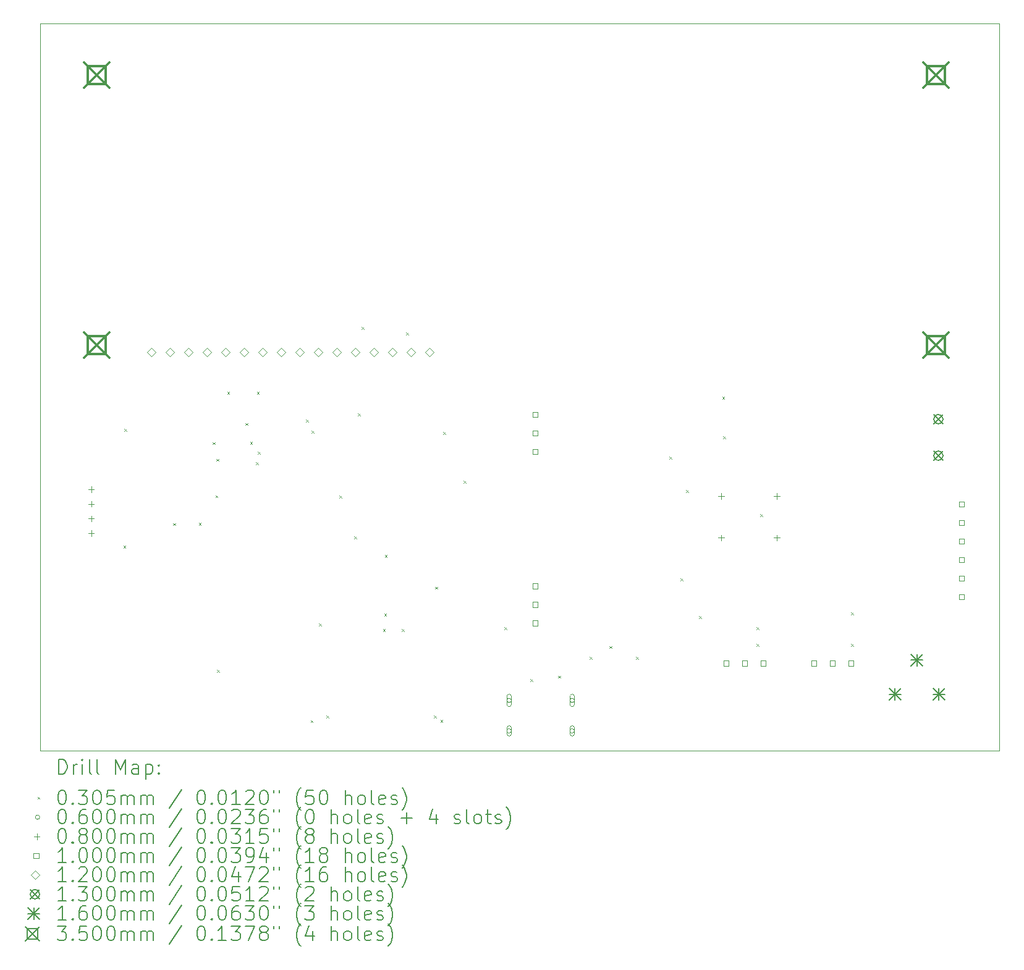
<source format=gbr>
%TF.GenerationSoftware,KiCad,Pcbnew,7.0.10*%
%TF.CreationDate,2024-04-10T22:42:54-07:00*%
%TF.ProjectId,COFFEE_MAKER,434f4646-4545-45f4-9d41-4b45522e6b69,rev?*%
%TF.SameCoordinates,Original*%
%TF.FileFunction,Drillmap*%
%TF.FilePolarity,Positive*%
%FSLAX45Y45*%
G04 Gerber Fmt 4.5, Leading zero omitted, Abs format (unit mm)*
G04 Created by KiCad (PCBNEW 7.0.10) date 2024-04-10 22:42:54*
%MOMM*%
%LPD*%
G01*
G04 APERTURE LIST*
%ADD10C,0.100000*%
%ADD11C,0.200000*%
%ADD12C,0.120000*%
%ADD13C,0.130000*%
%ADD14C,0.160000*%
%ADD15C,0.350000*%
G04 APERTURE END LIST*
D10*
X9779000Y-1968500D02*
X22923500Y-1968500D01*
X22923500Y-11938000D01*
X9779000Y-11938000D01*
X9779000Y-1968500D01*
D11*
D10*
X10919460Y-9124760D02*
X10949940Y-9155240D01*
X10949940Y-9124760D02*
X10919460Y-9155240D01*
X10932160Y-7528560D02*
X10962640Y-7559040D01*
X10962640Y-7528560D02*
X10932160Y-7559040D01*
X11601760Y-8816760D02*
X11632240Y-8847240D01*
X11632240Y-8816760D02*
X11601760Y-8847240D01*
X11953760Y-8810760D02*
X11984240Y-8841240D01*
X11984240Y-8810760D02*
X11953760Y-8841240D01*
X12146161Y-7708161D02*
X12176641Y-7738641D01*
X12176641Y-7708161D02*
X12146161Y-7738641D01*
X12183760Y-8437760D02*
X12214240Y-8468240D01*
X12214240Y-8437760D02*
X12183760Y-8468240D01*
X12194760Y-7936760D02*
X12225240Y-7967240D01*
X12225240Y-7936760D02*
X12194760Y-7967240D01*
X12202160Y-10830560D02*
X12232640Y-10861040D01*
X12232640Y-10830560D02*
X12202160Y-10861040D01*
X12341860Y-7020560D02*
X12372340Y-7051040D01*
X12372340Y-7020560D02*
X12341860Y-7051040D01*
X12591920Y-7444760D02*
X12622400Y-7475240D01*
X12622400Y-7444760D02*
X12591920Y-7475240D01*
X12657760Y-7704760D02*
X12688240Y-7735240D01*
X12688240Y-7704760D02*
X12657760Y-7735240D01*
X12735560Y-7985760D02*
X12766040Y-8016240D01*
X12766040Y-7985760D02*
X12735560Y-8016240D01*
X12748260Y-7020560D02*
X12778740Y-7051040D01*
X12778740Y-7020560D02*
X12748260Y-7051040D01*
X12762760Y-7838760D02*
X12793240Y-7869240D01*
X12793240Y-7838760D02*
X12762760Y-7869240D01*
X13421360Y-7401560D02*
X13451840Y-7432040D01*
X13451840Y-7401560D02*
X13421360Y-7432040D01*
X13484860Y-11518700D02*
X13515340Y-11549180D01*
X13515340Y-11518700D02*
X13484860Y-11549180D01*
X13497560Y-7553960D02*
X13528040Y-7584440D01*
X13528040Y-7553960D02*
X13497560Y-7584440D01*
X13599160Y-10195560D02*
X13629640Y-10226040D01*
X13629640Y-10195560D02*
X13599160Y-10226040D01*
X13700760Y-11452860D02*
X13731240Y-11483340D01*
X13731240Y-11452860D02*
X13700760Y-11483340D01*
X13878560Y-8442960D02*
X13909040Y-8473440D01*
X13909040Y-8442960D02*
X13878560Y-8473440D01*
X14081760Y-9001760D02*
X14112240Y-9032240D01*
X14112240Y-9001760D02*
X14081760Y-9032240D01*
X14132560Y-7312660D02*
X14163040Y-7343140D01*
X14163040Y-7312660D02*
X14132560Y-7343140D01*
X14183360Y-6131560D02*
X14213840Y-6162040D01*
X14213840Y-6131560D02*
X14183360Y-6162040D01*
X14475460Y-10271760D02*
X14505940Y-10302240D01*
X14505940Y-10271760D02*
X14475460Y-10302240D01*
X14494360Y-10055860D02*
X14524840Y-10086340D01*
X14524840Y-10055860D02*
X14494360Y-10086340D01*
X14500860Y-9255760D02*
X14531340Y-9286240D01*
X14531340Y-9255760D02*
X14500860Y-9286240D01*
X14736760Y-10271760D02*
X14767240Y-10302240D01*
X14767240Y-10271760D02*
X14736760Y-10302240D01*
X14792960Y-6207760D02*
X14823440Y-6238240D01*
X14823440Y-6207760D02*
X14792960Y-6238240D01*
X15173960Y-11452860D02*
X15204440Y-11483340D01*
X15204440Y-11452860D02*
X15173960Y-11483340D01*
X15192498Y-9690436D02*
X15222978Y-9720916D01*
X15222978Y-9690436D02*
X15192498Y-9720916D01*
X15262860Y-11514514D02*
X15293340Y-11544994D01*
X15293340Y-11514514D02*
X15262860Y-11544994D01*
X15300960Y-7566660D02*
X15331440Y-7597140D01*
X15331440Y-7566660D02*
X15300960Y-7597140D01*
X15580360Y-8239760D02*
X15610840Y-8270240D01*
X15610840Y-8239760D02*
X15580360Y-8270240D01*
X16139160Y-10246360D02*
X16169640Y-10276840D01*
X16169640Y-10246360D02*
X16139160Y-10276840D01*
X16494760Y-10957560D02*
X16525240Y-10988040D01*
X16525240Y-10957560D02*
X16494760Y-10988040D01*
X16876225Y-10907225D02*
X16906705Y-10937705D01*
X16906705Y-10907225D02*
X16876225Y-10937705D01*
X17307560Y-10652760D02*
X17338040Y-10683240D01*
X17338040Y-10652760D02*
X17307560Y-10683240D01*
X17581760Y-10501760D02*
X17612240Y-10532240D01*
X17612240Y-10501760D02*
X17581760Y-10532240D01*
X17942560Y-10652760D02*
X17973040Y-10683240D01*
X17973040Y-10652760D02*
X17942560Y-10683240D01*
X18399760Y-7909560D02*
X18430240Y-7940040D01*
X18430240Y-7909560D02*
X18399760Y-7940040D01*
X18552160Y-9573260D02*
X18582640Y-9603740D01*
X18582640Y-9573260D02*
X18552160Y-9603740D01*
X18628360Y-8366760D02*
X18658840Y-8397240D01*
X18658840Y-8366760D02*
X18628360Y-8397240D01*
X18806160Y-10093960D02*
X18836640Y-10124440D01*
X18836640Y-10093960D02*
X18806160Y-10124440D01*
X19123660Y-7084060D02*
X19154140Y-7114540D01*
X19154140Y-7084060D02*
X19123660Y-7114540D01*
X19136360Y-7630160D02*
X19166840Y-7660640D01*
X19166840Y-7630160D02*
X19136360Y-7660640D01*
X19593560Y-10246360D02*
X19624040Y-10276840D01*
X19624040Y-10246360D02*
X19593560Y-10276840D01*
X19593560Y-10474960D02*
X19624040Y-10505440D01*
X19624040Y-10474960D02*
X19593560Y-10505440D01*
X19644360Y-8696960D02*
X19674840Y-8727440D01*
X19674840Y-8696960D02*
X19644360Y-8727440D01*
X20888960Y-10043160D02*
X20919440Y-10073640D01*
X20919440Y-10043160D02*
X20888960Y-10073640D01*
X20888960Y-10474960D02*
X20919440Y-10505440D01*
X20919440Y-10474960D02*
X20888960Y-10505440D01*
X16235000Y-11246500D02*
G75*
G03*
X16175000Y-11246500I-30000J0D01*
G01*
X16175000Y-11246500D02*
G75*
G03*
X16235000Y-11246500I30000J0D01*
G01*
X16175000Y-11191500D02*
X16175000Y-11301500D01*
X16175000Y-11301500D02*
G75*
G03*
X16235000Y-11301500I30000J0D01*
G01*
X16235000Y-11301500D02*
X16235000Y-11191500D01*
X16235000Y-11191500D02*
G75*
G03*
X16175000Y-11191500I-30000J0D01*
G01*
X16235000Y-11664500D02*
G75*
G03*
X16175000Y-11664500I-30000J0D01*
G01*
X16175000Y-11664500D02*
G75*
G03*
X16235000Y-11664500I30000J0D01*
G01*
X16175000Y-11624500D02*
X16175000Y-11704500D01*
X16175000Y-11704500D02*
G75*
G03*
X16235000Y-11704500I30000J0D01*
G01*
X16235000Y-11704500D02*
X16235000Y-11624500D01*
X16235000Y-11624500D02*
G75*
G03*
X16175000Y-11624500I-30000J0D01*
G01*
X17099000Y-11246500D02*
G75*
G03*
X17039000Y-11246500I-30000J0D01*
G01*
X17039000Y-11246500D02*
G75*
G03*
X17099000Y-11246500I30000J0D01*
G01*
X17039000Y-11191500D02*
X17039000Y-11301500D01*
X17039000Y-11301500D02*
G75*
G03*
X17099000Y-11301500I30000J0D01*
G01*
X17099000Y-11301500D02*
X17099000Y-11191500D01*
X17099000Y-11191500D02*
G75*
G03*
X17039000Y-11191500I-30000J0D01*
G01*
X17099000Y-11664500D02*
G75*
G03*
X17039000Y-11664500I-30000J0D01*
G01*
X17039000Y-11664500D02*
G75*
G03*
X17099000Y-11664500I30000J0D01*
G01*
X17039000Y-11624500D02*
X17039000Y-11704500D01*
X17039000Y-11704500D02*
G75*
G03*
X17099000Y-11704500I30000J0D01*
G01*
X17099000Y-11704500D02*
X17099000Y-11624500D01*
X17099000Y-11624500D02*
G75*
G03*
X17039000Y-11624500I-30000J0D01*
G01*
X10480000Y-8315000D02*
X10480000Y-8395000D01*
X10440000Y-8355000D02*
X10520000Y-8355000D01*
X10480000Y-8515000D02*
X10480000Y-8595000D01*
X10440000Y-8555000D02*
X10520000Y-8555000D01*
X10480000Y-8715000D02*
X10480000Y-8795000D01*
X10440000Y-8755000D02*
X10520000Y-8755000D01*
X10480000Y-8915000D02*
X10480000Y-8995000D01*
X10440000Y-8955000D02*
X10520000Y-8955000D01*
X19111000Y-8405500D02*
X19111000Y-8485500D01*
X19071000Y-8445500D02*
X19151000Y-8445500D01*
X19111000Y-8977000D02*
X19111000Y-9057000D01*
X19071000Y-9017000D02*
X19151000Y-9017000D01*
X19873000Y-8405500D02*
X19873000Y-8485500D01*
X19833000Y-8445500D02*
X19913000Y-8445500D01*
X19873000Y-8977000D02*
X19873000Y-9057000D01*
X19833000Y-9017000D02*
X19913000Y-9017000D01*
X16596918Y-7364780D02*
X16596918Y-7294068D01*
X16526206Y-7294068D01*
X16526206Y-7364780D01*
X16596918Y-7364780D01*
X16596918Y-7618780D02*
X16596918Y-7548068D01*
X16526206Y-7548068D01*
X16526206Y-7618780D01*
X16596918Y-7618780D01*
X16596918Y-7872780D02*
X16596918Y-7802068D01*
X16526206Y-7802068D01*
X16526206Y-7872780D01*
X16596918Y-7872780D01*
X16597418Y-9715280D02*
X16597418Y-9644568D01*
X16526706Y-9644568D01*
X16526706Y-9715280D01*
X16597418Y-9715280D01*
X16597418Y-9969280D02*
X16597418Y-9898568D01*
X16526706Y-9898568D01*
X16526706Y-9969280D01*
X16597418Y-9969280D01*
X16597418Y-10223280D02*
X16597418Y-10152568D01*
X16526706Y-10152568D01*
X16526706Y-10223280D01*
X16597418Y-10223280D01*
X19210856Y-10773856D02*
X19210856Y-10703144D01*
X19140144Y-10703144D01*
X19140144Y-10773856D01*
X19210856Y-10773856D01*
X19464856Y-10773856D02*
X19464856Y-10703144D01*
X19394144Y-10703144D01*
X19394144Y-10773856D01*
X19464856Y-10773856D01*
X19718856Y-10773856D02*
X19718856Y-10703144D01*
X19648144Y-10703144D01*
X19648144Y-10773856D01*
X19718856Y-10773856D01*
X20417356Y-10773856D02*
X20417356Y-10703144D01*
X20346644Y-10703144D01*
X20346644Y-10773856D01*
X20417356Y-10773856D01*
X20671356Y-10773856D02*
X20671356Y-10703144D01*
X20600644Y-10703144D01*
X20600644Y-10773856D01*
X20671356Y-10773856D01*
X20925356Y-10773856D02*
X20925356Y-10703144D01*
X20854644Y-10703144D01*
X20854644Y-10773856D01*
X20925356Y-10773856D01*
X22438156Y-8595156D02*
X22438156Y-8524444D01*
X22367444Y-8524444D01*
X22367444Y-8595156D01*
X22438156Y-8595156D01*
X22438156Y-8849156D02*
X22438156Y-8778444D01*
X22367444Y-8778444D01*
X22367444Y-8849156D01*
X22438156Y-8849156D01*
X22438156Y-9103156D02*
X22438156Y-9032444D01*
X22367444Y-9032444D01*
X22367444Y-9103156D01*
X22438156Y-9103156D01*
X22438156Y-9357156D02*
X22438156Y-9286444D01*
X22367444Y-9286444D01*
X22367444Y-9357156D01*
X22438156Y-9357156D01*
X22438156Y-9611156D02*
X22438156Y-9540444D01*
X22367444Y-9540444D01*
X22367444Y-9611156D01*
X22438156Y-9611156D01*
X22438156Y-9865156D02*
X22438156Y-9794444D01*
X22367444Y-9794444D01*
X22367444Y-9865156D01*
X22438156Y-9865156D01*
D12*
X11303000Y-6537000D02*
X11363000Y-6477000D01*
X11303000Y-6417000D01*
X11243000Y-6477000D01*
X11303000Y-6537000D01*
X11557000Y-6537000D02*
X11617000Y-6477000D01*
X11557000Y-6417000D01*
X11497000Y-6477000D01*
X11557000Y-6537000D01*
X11811000Y-6537000D02*
X11871000Y-6477000D01*
X11811000Y-6417000D01*
X11751000Y-6477000D01*
X11811000Y-6537000D01*
X12065000Y-6537000D02*
X12125000Y-6477000D01*
X12065000Y-6417000D01*
X12005000Y-6477000D01*
X12065000Y-6537000D01*
X12319000Y-6537000D02*
X12379000Y-6477000D01*
X12319000Y-6417000D01*
X12259000Y-6477000D01*
X12319000Y-6537000D01*
X12573000Y-6537000D02*
X12633000Y-6477000D01*
X12573000Y-6417000D01*
X12513000Y-6477000D01*
X12573000Y-6537000D01*
X12827000Y-6537000D02*
X12887000Y-6477000D01*
X12827000Y-6417000D01*
X12767000Y-6477000D01*
X12827000Y-6537000D01*
X13081000Y-6537000D02*
X13141000Y-6477000D01*
X13081000Y-6417000D01*
X13021000Y-6477000D01*
X13081000Y-6537000D01*
X13335000Y-6537000D02*
X13395000Y-6477000D01*
X13335000Y-6417000D01*
X13275000Y-6477000D01*
X13335000Y-6537000D01*
X13589000Y-6537000D02*
X13649000Y-6477000D01*
X13589000Y-6417000D01*
X13529000Y-6477000D01*
X13589000Y-6537000D01*
X13843000Y-6537000D02*
X13903000Y-6477000D01*
X13843000Y-6417000D01*
X13783000Y-6477000D01*
X13843000Y-6537000D01*
X14097000Y-6537000D02*
X14157000Y-6477000D01*
X14097000Y-6417000D01*
X14037000Y-6477000D01*
X14097000Y-6537000D01*
X14351000Y-6537000D02*
X14411000Y-6477000D01*
X14351000Y-6417000D01*
X14291000Y-6477000D01*
X14351000Y-6537000D01*
X14605000Y-6537000D02*
X14665000Y-6477000D01*
X14605000Y-6417000D01*
X14545000Y-6477000D01*
X14605000Y-6537000D01*
X14859000Y-6537000D02*
X14919000Y-6477000D01*
X14859000Y-6417000D01*
X14799000Y-6477000D01*
X14859000Y-6537000D01*
X15113000Y-6537000D02*
X15173000Y-6477000D01*
X15113000Y-6417000D01*
X15053000Y-6477000D01*
X15113000Y-6537000D01*
D13*
X22021062Y-7327924D02*
X22151062Y-7457924D01*
X22151062Y-7327924D02*
X22021062Y-7457924D01*
X22151062Y-7392924D02*
G75*
G03*
X22021062Y-7392924I-65000J0D01*
G01*
X22021062Y-7392924D02*
G75*
G03*
X22151062Y-7392924I65000J0D01*
G01*
X22021062Y-7827924D02*
X22151062Y-7957924D01*
X22151062Y-7827924D02*
X22021062Y-7957924D01*
X22151062Y-7892924D02*
G75*
G03*
X22021062Y-7892924I-65000J0D01*
G01*
X22021062Y-7892924D02*
G75*
G03*
X22151062Y-7892924I65000J0D01*
G01*
D14*
X21413200Y-11083400D02*
X21573200Y-11243400D01*
X21573200Y-11083400D02*
X21413200Y-11243400D01*
X21493200Y-11083400D02*
X21493200Y-11243400D01*
X21413200Y-11163400D02*
X21573200Y-11163400D01*
X21713200Y-10613400D02*
X21873200Y-10773400D01*
X21873200Y-10613400D02*
X21713200Y-10773400D01*
X21793200Y-10613400D02*
X21793200Y-10773400D01*
X21713200Y-10693400D02*
X21873200Y-10693400D01*
X22013200Y-11083400D02*
X22173200Y-11243400D01*
X22173200Y-11083400D02*
X22013200Y-11243400D01*
X22093200Y-11083400D02*
X22093200Y-11243400D01*
X22013200Y-11163400D02*
X22173200Y-11163400D01*
D15*
X10377938Y-2501906D02*
X10727938Y-2851906D01*
X10727938Y-2501906D02*
X10377938Y-2851906D01*
X10676683Y-2800651D02*
X10676683Y-2553161D01*
X10429193Y-2553161D01*
X10429193Y-2800651D01*
X10676683Y-2800651D01*
X10377938Y-6201924D02*
X10727938Y-6551924D01*
X10727938Y-6201924D02*
X10377938Y-6551924D01*
X10676683Y-6500669D02*
X10676683Y-6253179D01*
X10429193Y-6253179D01*
X10429193Y-6500669D01*
X10676683Y-6500669D01*
X21878042Y-2501906D02*
X22228042Y-2851906D01*
X22228042Y-2501906D02*
X21878042Y-2851906D01*
X22176787Y-2800651D02*
X22176787Y-2553161D01*
X21929297Y-2553161D01*
X21929297Y-2800651D01*
X22176787Y-2800651D01*
X21878042Y-6201924D02*
X22228042Y-6551924D01*
X22228042Y-6201924D02*
X21878042Y-6551924D01*
X22176787Y-6500669D02*
X22176787Y-6253179D01*
X21929297Y-6253179D01*
X21929297Y-6500669D01*
X22176787Y-6500669D01*
D11*
X10034777Y-12254484D02*
X10034777Y-12054484D01*
X10034777Y-12054484D02*
X10082396Y-12054484D01*
X10082396Y-12054484D02*
X10110967Y-12064008D01*
X10110967Y-12064008D02*
X10130015Y-12083055D01*
X10130015Y-12083055D02*
X10139539Y-12102103D01*
X10139539Y-12102103D02*
X10149063Y-12140198D01*
X10149063Y-12140198D02*
X10149063Y-12168769D01*
X10149063Y-12168769D02*
X10139539Y-12206865D01*
X10139539Y-12206865D02*
X10130015Y-12225912D01*
X10130015Y-12225912D02*
X10110967Y-12244960D01*
X10110967Y-12244960D02*
X10082396Y-12254484D01*
X10082396Y-12254484D02*
X10034777Y-12254484D01*
X10234777Y-12254484D02*
X10234777Y-12121150D01*
X10234777Y-12159246D02*
X10244301Y-12140198D01*
X10244301Y-12140198D02*
X10253824Y-12130674D01*
X10253824Y-12130674D02*
X10272872Y-12121150D01*
X10272872Y-12121150D02*
X10291920Y-12121150D01*
X10358586Y-12254484D02*
X10358586Y-12121150D01*
X10358586Y-12054484D02*
X10349063Y-12064008D01*
X10349063Y-12064008D02*
X10358586Y-12073531D01*
X10358586Y-12073531D02*
X10368110Y-12064008D01*
X10368110Y-12064008D02*
X10358586Y-12054484D01*
X10358586Y-12054484D02*
X10358586Y-12073531D01*
X10482396Y-12254484D02*
X10463348Y-12244960D01*
X10463348Y-12244960D02*
X10453824Y-12225912D01*
X10453824Y-12225912D02*
X10453824Y-12054484D01*
X10587158Y-12254484D02*
X10568110Y-12244960D01*
X10568110Y-12244960D02*
X10558586Y-12225912D01*
X10558586Y-12225912D02*
X10558586Y-12054484D01*
X10815729Y-12254484D02*
X10815729Y-12054484D01*
X10815729Y-12054484D02*
X10882396Y-12197341D01*
X10882396Y-12197341D02*
X10949063Y-12054484D01*
X10949063Y-12054484D02*
X10949063Y-12254484D01*
X11130015Y-12254484D02*
X11130015Y-12149722D01*
X11130015Y-12149722D02*
X11120491Y-12130674D01*
X11120491Y-12130674D02*
X11101444Y-12121150D01*
X11101444Y-12121150D02*
X11063348Y-12121150D01*
X11063348Y-12121150D02*
X11044301Y-12130674D01*
X11130015Y-12244960D02*
X11110967Y-12254484D01*
X11110967Y-12254484D02*
X11063348Y-12254484D01*
X11063348Y-12254484D02*
X11044301Y-12244960D01*
X11044301Y-12244960D02*
X11034777Y-12225912D01*
X11034777Y-12225912D02*
X11034777Y-12206865D01*
X11034777Y-12206865D02*
X11044301Y-12187817D01*
X11044301Y-12187817D02*
X11063348Y-12178293D01*
X11063348Y-12178293D02*
X11110967Y-12178293D01*
X11110967Y-12178293D02*
X11130015Y-12168769D01*
X11225253Y-12121150D02*
X11225253Y-12321150D01*
X11225253Y-12130674D02*
X11244301Y-12121150D01*
X11244301Y-12121150D02*
X11282396Y-12121150D01*
X11282396Y-12121150D02*
X11301443Y-12130674D01*
X11301443Y-12130674D02*
X11310967Y-12140198D01*
X11310967Y-12140198D02*
X11320491Y-12159246D01*
X11320491Y-12159246D02*
X11320491Y-12216388D01*
X11320491Y-12216388D02*
X11310967Y-12235436D01*
X11310967Y-12235436D02*
X11301443Y-12244960D01*
X11301443Y-12244960D02*
X11282396Y-12254484D01*
X11282396Y-12254484D02*
X11244301Y-12254484D01*
X11244301Y-12254484D02*
X11225253Y-12244960D01*
X11406205Y-12235436D02*
X11415729Y-12244960D01*
X11415729Y-12244960D02*
X11406205Y-12254484D01*
X11406205Y-12254484D02*
X11396682Y-12244960D01*
X11396682Y-12244960D02*
X11406205Y-12235436D01*
X11406205Y-12235436D02*
X11406205Y-12254484D01*
X11406205Y-12130674D02*
X11415729Y-12140198D01*
X11415729Y-12140198D02*
X11406205Y-12149722D01*
X11406205Y-12149722D02*
X11396682Y-12140198D01*
X11396682Y-12140198D02*
X11406205Y-12130674D01*
X11406205Y-12130674D02*
X11406205Y-12149722D01*
D10*
X9743520Y-12567760D02*
X9774000Y-12598240D01*
X9774000Y-12567760D02*
X9743520Y-12598240D01*
D11*
X10072872Y-12474484D02*
X10091920Y-12474484D01*
X10091920Y-12474484D02*
X10110967Y-12484008D01*
X10110967Y-12484008D02*
X10120491Y-12493531D01*
X10120491Y-12493531D02*
X10130015Y-12512579D01*
X10130015Y-12512579D02*
X10139539Y-12550674D01*
X10139539Y-12550674D02*
X10139539Y-12598293D01*
X10139539Y-12598293D02*
X10130015Y-12636388D01*
X10130015Y-12636388D02*
X10120491Y-12655436D01*
X10120491Y-12655436D02*
X10110967Y-12664960D01*
X10110967Y-12664960D02*
X10091920Y-12674484D01*
X10091920Y-12674484D02*
X10072872Y-12674484D01*
X10072872Y-12674484D02*
X10053824Y-12664960D01*
X10053824Y-12664960D02*
X10044301Y-12655436D01*
X10044301Y-12655436D02*
X10034777Y-12636388D01*
X10034777Y-12636388D02*
X10025253Y-12598293D01*
X10025253Y-12598293D02*
X10025253Y-12550674D01*
X10025253Y-12550674D02*
X10034777Y-12512579D01*
X10034777Y-12512579D02*
X10044301Y-12493531D01*
X10044301Y-12493531D02*
X10053824Y-12484008D01*
X10053824Y-12484008D02*
X10072872Y-12474484D01*
X10225253Y-12655436D02*
X10234777Y-12664960D01*
X10234777Y-12664960D02*
X10225253Y-12674484D01*
X10225253Y-12674484D02*
X10215729Y-12664960D01*
X10215729Y-12664960D02*
X10225253Y-12655436D01*
X10225253Y-12655436D02*
X10225253Y-12674484D01*
X10301444Y-12474484D02*
X10425253Y-12474484D01*
X10425253Y-12474484D02*
X10358586Y-12550674D01*
X10358586Y-12550674D02*
X10387158Y-12550674D01*
X10387158Y-12550674D02*
X10406205Y-12560198D01*
X10406205Y-12560198D02*
X10415729Y-12569722D01*
X10415729Y-12569722D02*
X10425253Y-12588769D01*
X10425253Y-12588769D02*
X10425253Y-12636388D01*
X10425253Y-12636388D02*
X10415729Y-12655436D01*
X10415729Y-12655436D02*
X10406205Y-12664960D01*
X10406205Y-12664960D02*
X10387158Y-12674484D01*
X10387158Y-12674484D02*
X10330015Y-12674484D01*
X10330015Y-12674484D02*
X10310967Y-12664960D01*
X10310967Y-12664960D02*
X10301444Y-12655436D01*
X10549063Y-12474484D02*
X10568110Y-12474484D01*
X10568110Y-12474484D02*
X10587158Y-12484008D01*
X10587158Y-12484008D02*
X10596682Y-12493531D01*
X10596682Y-12493531D02*
X10606205Y-12512579D01*
X10606205Y-12512579D02*
X10615729Y-12550674D01*
X10615729Y-12550674D02*
X10615729Y-12598293D01*
X10615729Y-12598293D02*
X10606205Y-12636388D01*
X10606205Y-12636388D02*
X10596682Y-12655436D01*
X10596682Y-12655436D02*
X10587158Y-12664960D01*
X10587158Y-12664960D02*
X10568110Y-12674484D01*
X10568110Y-12674484D02*
X10549063Y-12674484D01*
X10549063Y-12674484D02*
X10530015Y-12664960D01*
X10530015Y-12664960D02*
X10520491Y-12655436D01*
X10520491Y-12655436D02*
X10510967Y-12636388D01*
X10510967Y-12636388D02*
X10501444Y-12598293D01*
X10501444Y-12598293D02*
X10501444Y-12550674D01*
X10501444Y-12550674D02*
X10510967Y-12512579D01*
X10510967Y-12512579D02*
X10520491Y-12493531D01*
X10520491Y-12493531D02*
X10530015Y-12484008D01*
X10530015Y-12484008D02*
X10549063Y-12474484D01*
X10796682Y-12474484D02*
X10701444Y-12474484D01*
X10701444Y-12474484D02*
X10691920Y-12569722D01*
X10691920Y-12569722D02*
X10701444Y-12560198D01*
X10701444Y-12560198D02*
X10720491Y-12550674D01*
X10720491Y-12550674D02*
X10768110Y-12550674D01*
X10768110Y-12550674D02*
X10787158Y-12560198D01*
X10787158Y-12560198D02*
X10796682Y-12569722D01*
X10796682Y-12569722D02*
X10806205Y-12588769D01*
X10806205Y-12588769D02*
X10806205Y-12636388D01*
X10806205Y-12636388D02*
X10796682Y-12655436D01*
X10796682Y-12655436D02*
X10787158Y-12664960D01*
X10787158Y-12664960D02*
X10768110Y-12674484D01*
X10768110Y-12674484D02*
X10720491Y-12674484D01*
X10720491Y-12674484D02*
X10701444Y-12664960D01*
X10701444Y-12664960D02*
X10691920Y-12655436D01*
X10891920Y-12674484D02*
X10891920Y-12541150D01*
X10891920Y-12560198D02*
X10901444Y-12550674D01*
X10901444Y-12550674D02*
X10920491Y-12541150D01*
X10920491Y-12541150D02*
X10949063Y-12541150D01*
X10949063Y-12541150D02*
X10968110Y-12550674D01*
X10968110Y-12550674D02*
X10977634Y-12569722D01*
X10977634Y-12569722D02*
X10977634Y-12674484D01*
X10977634Y-12569722D02*
X10987158Y-12550674D01*
X10987158Y-12550674D02*
X11006205Y-12541150D01*
X11006205Y-12541150D02*
X11034777Y-12541150D01*
X11034777Y-12541150D02*
X11053825Y-12550674D01*
X11053825Y-12550674D02*
X11063348Y-12569722D01*
X11063348Y-12569722D02*
X11063348Y-12674484D01*
X11158586Y-12674484D02*
X11158586Y-12541150D01*
X11158586Y-12560198D02*
X11168110Y-12550674D01*
X11168110Y-12550674D02*
X11187158Y-12541150D01*
X11187158Y-12541150D02*
X11215729Y-12541150D01*
X11215729Y-12541150D02*
X11234777Y-12550674D01*
X11234777Y-12550674D02*
X11244301Y-12569722D01*
X11244301Y-12569722D02*
X11244301Y-12674484D01*
X11244301Y-12569722D02*
X11253824Y-12550674D01*
X11253824Y-12550674D02*
X11272872Y-12541150D01*
X11272872Y-12541150D02*
X11301443Y-12541150D01*
X11301443Y-12541150D02*
X11320491Y-12550674D01*
X11320491Y-12550674D02*
X11330015Y-12569722D01*
X11330015Y-12569722D02*
X11330015Y-12674484D01*
X11720491Y-12464960D02*
X11549063Y-12722103D01*
X11977634Y-12474484D02*
X11996682Y-12474484D01*
X11996682Y-12474484D02*
X12015729Y-12484008D01*
X12015729Y-12484008D02*
X12025253Y-12493531D01*
X12025253Y-12493531D02*
X12034777Y-12512579D01*
X12034777Y-12512579D02*
X12044301Y-12550674D01*
X12044301Y-12550674D02*
X12044301Y-12598293D01*
X12044301Y-12598293D02*
X12034777Y-12636388D01*
X12034777Y-12636388D02*
X12025253Y-12655436D01*
X12025253Y-12655436D02*
X12015729Y-12664960D01*
X12015729Y-12664960D02*
X11996682Y-12674484D01*
X11996682Y-12674484D02*
X11977634Y-12674484D01*
X11977634Y-12674484D02*
X11958586Y-12664960D01*
X11958586Y-12664960D02*
X11949063Y-12655436D01*
X11949063Y-12655436D02*
X11939539Y-12636388D01*
X11939539Y-12636388D02*
X11930015Y-12598293D01*
X11930015Y-12598293D02*
X11930015Y-12550674D01*
X11930015Y-12550674D02*
X11939539Y-12512579D01*
X11939539Y-12512579D02*
X11949063Y-12493531D01*
X11949063Y-12493531D02*
X11958586Y-12484008D01*
X11958586Y-12484008D02*
X11977634Y-12474484D01*
X12130015Y-12655436D02*
X12139539Y-12664960D01*
X12139539Y-12664960D02*
X12130015Y-12674484D01*
X12130015Y-12674484D02*
X12120491Y-12664960D01*
X12120491Y-12664960D02*
X12130015Y-12655436D01*
X12130015Y-12655436D02*
X12130015Y-12674484D01*
X12263348Y-12474484D02*
X12282396Y-12474484D01*
X12282396Y-12474484D02*
X12301444Y-12484008D01*
X12301444Y-12484008D02*
X12310967Y-12493531D01*
X12310967Y-12493531D02*
X12320491Y-12512579D01*
X12320491Y-12512579D02*
X12330015Y-12550674D01*
X12330015Y-12550674D02*
X12330015Y-12598293D01*
X12330015Y-12598293D02*
X12320491Y-12636388D01*
X12320491Y-12636388D02*
X12310967Y-12655436D01*
X12310967Y-12655436D02*
X12301444Y-12664960D01*
X12301444Y-12664960D02*
X12282396Y-12674484D01*
X12282396Y-12674484D02*
X12263348Y-12674484D01*
X12263348Y-12674484D02*
X12244301Y-12664960D01*
X12244301Y-12664960D02*
X12234777Y-12655436D01*
X12234777Y-12655436D02*
X12225253Y-12636388D01*
X12225253Y-12636388D02*
X12215729Y-12598293D01*
X12215729Y-12598293D02*
X12215729Y-12550674D01*
X12215729Y-12550674D02*
X12225253Y-12512579D01*
X12225253Y-12512579D02*
X12234777Y-12493531D01*
X12234777Y-12493531D02*
X12244301Y-12484008D01*
X12244301Y-12484008D02*
X12263348Y-12474484D01*
X12520491Y-12674484D02*
X12406206Y-12674484D01*
X12463348Y-12674484D02*
X12463348Y-12474484D01*
X12463348Y-12474484D02*
X12444301Y-12503055D01*
X12444301Y-12503055D02*
X12425253Y-12522103D01*
X12425253Y-12522103D02*
X12406206Y-12531627D01*
X12596682Y-12493531D02*
X12606206Y-12484008D01*
X12606206Y-12484008D02*
X12625253Y-12474484D01*
X12625253Y-12474484D02*
X12672872Y-12474484D01*
X12672872Y-12474484D02*
X12691920Y-12484008D01*
X12691920Y-12484008D02*
X12701444Y-12493531D01*
X12701444Y-12493531D02*
X12710967Y-12512579D01*
X12710967Y-12512579D02*
X12710967Y-12531627D01*
X12710967Y-12531627D02*
X12701444Y-12560198D01*
X12701444Y-12560198D02*
X12587158Y-12674484D01*
X12587158Y-12674484D02*
X12710967Y-12674484D01*
X12834777Y-12474484D02*
X12853825Y-12474484D01*
X12853825Y-12474484D02*
X12872872Y-12484008D01*
X12872872Y-12484008D02*
X12882396Y-12493531D01*
X12882396Y-12493531D02*
X12891920Y-12512579D01*
X12891920Y-12512579D02*
X12901444Y-12550674D01*
X12901444Y-12550674D02*
X12901444Y-12598293D01*
X12901444Y-12598293D02*
X12891920Y-12636388D01*
X12891920Y-12636388D02*
X12882396Y-12655436D01*
X12882396Y-12655436D02*
X12872872Y-12664960D01*
X12872872Y-12664960D02*
X12853825Y-12674484D01*
X12853825Y-12674484D02*
X12834777Y-12674484D01*
X12834777Y-12674484D02*
X12815729Y-12664960D01*
X12815729Y-12664960D02*
X12806206Y-12655436D01*
X12806206Y-12655436D02*
X12796682Y-12636388D01*
X12796682Y-12636388D02*
X12787158Y-12598293D01*
X12787158Y-12598293D02*
X12787158Y-12550674D01*
X12787158Y-12550674D02*
X12796682Y-12512579D01*
X12796682Y-12512579D02*
X12806206Y-12493531D01*
X12806206Y-12493531D02*
X12815729Y-12484008D01*
X12815729Y-12484008D02*
X12834777Y-12474484D01*
X12977634Y-12474484D02*
X12977634Y-12512579D01*
X13053825Y-12474484D02*
X13053825Y-12512579D01*
X13349063Y-12750674D02*
X13339539Y-12741150D01*
X13339539Y-12741150D02*
X13320491Y-12712579D01*
X13320491Y-12712579D02*
X13310968Y-12693531D01*
X13310968Y-12693531D02*
X13301444Y-12664960D01*
X13301444Y-12664960D02*
X13291920Y-12617341D01*
X13291920Y-12617341D02*
X13291920Y-12579246D01*
X13291920Y-12579246D02*
X13301444Y-12531627D01*
X13301444Y-12531627D02*
X13310968Y-12503055D01*
X13310968Y-12503055D02*
X13320491Y-12484008D01*
X13320491Y-12484008D02*
X13339539Y-12455436D01*
X13339539Y-12455436D02*
X13349063Y-12445912D01*
X13520491Y-12474484D02*
X13425253Y-12474484D01*
X13425253Y-12474484D02*
X13415729Y-12569722D01*
X13415729Y-12569722D02*
X13425253Y-12560198D01*
X13425253Y-12560198D02*
X13444301Y-12550674D01*
X13444301Y-12550674D02*
X13491920Y-12550674D01*
X13491920Y-12550674D02*
X13510968Y-12560198D01*
X13510968Y-12560198D02*
X13520491Y-12569722D01*
X13520491Y-12569722D02*
X13530015Y-12588769D01*
X13530015Y-12588769D02*
X13530015Y-12636388D01*
X13530015Y-12636388D02*
X13520491Y-12655436D01*
X13520491Y-12655436D02*
X13510968Y-12664960D01*
X13510968Y-12664960D02*
X13491920Y-12674484D01*
X13491920Y-12674484D02*
X13444301Y-12674484D01*
X13444301Y-12674484D02*
X13425253Y-12664960D01*
X13425253Y-12664960D02*
X13415729Y-12655436D01*
X13653825Y-12474484D02*
X13672872Y-12474484D01*
X13672872Y-12474484D02*
X13691920Y-12484008D01*
X13691920Y-12484008D02*
X13701444Y-12493531D01*
X13701444Y-12493531D02*
X13710968Y-12512579D01*
X13710968Y-12512579D02*
X13720491Y-12550674D01*
X13720491Y-12550674D02*
X13720491Y-12598293D01*
X13720491Y-12598293D02*
X13710968Y-12636388D01*
X13710968Y-12636388D02*
X13701444Y-12655436D01*
X13701444Y-12655436D02*
X13691920Y-12664960D01*
X13691920Y-12664960D02*
X13672872Y-12674484D01*
X13672872Y-12674484D02*
X13653825Y-12674484D01*
X13653825Y-12674484D02*
X13634777Y-12664960D01*
X13634777Y-12664960D02*
X13625253Y-12655436D01*
X13625253Y-12655436D02*
X13615729Y-12636388D01*
X13615729Y-12636388D02*
X13606206Y-12598293D01*
X13606206Y-12598293D02*
X13606206Y-12550674D01*
X13606206Y-12550674D02*
X13615729Y-12512579D01*
X13615729Y-12512579D02*
X13625253Y-12493531D01*
X13625253Y-12493531D02*
X13634777Y-12484008D01*
X13634777Y-12484008D02*
X13653825Y-12474484D01*
X13958587Y-12674484D02*
X13958587Y-12474484D01*
X14044301Y-12674484D02*
X14044301Y-12569722D01*
X14044301Y-12569722D02*
X14034777Y-12550674D01*
X14034777Y-12550674D02*
X14015730Y-12541150D01*
X14015730Y-12541150D02*
X13987158Y-12541150D01*
X13987158Y-12541150D02*
X13968110Y-12550674D01*
X13968110Y-12550674D02*
X13958587Y-12560198D01*
X14168110Y-12674484D02*
X14149063Y-12664960D01*
X14149063Y-12664960D02*
X14139539Y-12655436D01*
X14139539Y-12655436D02*
X14130015Y-12636388D01*
X14130015Y-12636388D02*
X14130015Y-12579246D01*
X14130015Y-12579246D02*
X14139539Y-12560198D01*
X14139539Y-12560198D02*
X14149063Y-12550674D01*
X14149063Y-12550674D02*
X14168110Y-12541150D01*
X14168110Y-12541150D02*
X14196682Y-12541150D01*
X14196682Y-12541150D02*
X14215730Y-12550674D01*
X14215730Y-12550674D02*
X14225253Y-12560198D01*
X14225253Y-12560198D02*
X14234777Y-12579246D01*
X14234777Y-12579246D02*
X14234777Y-12636388D01*
X14234777Y-12636388D02*
X14225253Y-12655436D01*
X14225253Y-12655436D02*
X14215730Y-12664960D01*
X14215730Y-12664960D02*
X14196682Y-12674484D01*
X14196682Y-12674484D02*
X14168110Y-12674484D01*
X14349063Y-12674484D02*
X14330015Y-12664960D01*
X14330015Y-12664960D02*
X14320491Y-12645912D01*
X14320491Y-12645912D02*
X14320491Y-12474484D01*
X14501444Y-12664960D02*
X14482396Y-12674484D01*
X14482396Y-12674484D02*
X14444301Y-12674484D01*
X14444301Y-12674484D02*
X14425253Y-12664960D01*
X14425253Y-12664960D02*
X14415730Y-12645912D01*
X14415730Y-12645912D02*
X14415730Y-12569722D01*
X14415730Y-12569722D02*
X14425253Y-12550674D01*
X14425253Y-12550674D02*
X14444301Y-12541150D01*
X14444301Y-12541150D02*
X14482396Y-12541150D01*
X14482396Y-12541150D02*
X14501444Y-12550674D01*
X14501444Y-12550674D02*
X14510968Y-12569722D01*
X14510968Y-12569722D02*
X14510968Y-12588769D01*
X14510968Y-12588769D02*
X14415730Y-12607817D01*
X14587158Y-12664960D02*
X14606206Y-12674484D01*
X14606206Y-12674484D02*
X14644301Y-12674484D01*
X14644301Y-12674484D02*
X14663349Y-12664960D01*
X14663349Y-12664960D02*
X14672872Y-12645912D01*
X14672872Y-12645912D02*
X14672872Y-12636388D01*
X14672872Y-12636388D02*
X14663349Y-12617341D01*
X14663349Y-12617341D02*
X14644301Y-12607817D01*
X14644301Y-12607817D02*
X14615730Y-12607817D01*
X14615730Y-12607817D02*
X14596682Y-12598293D01*
X14596682Y-12598293D02*
X14587158Y-12579246D01*
X14587158Y-12579246D02*
X14587158Y-12569722D01*
X14587158Y-12569722D02*
X14596682Y-12550674D01*
X14596682Y-12550674D02*
X14615730Y-12541150D01*
X14615730Y-12541150D02*
X14644301Y-12541150D01*
X14644301Y-12541150D02*
X14663349Y-12550674D01*
X14739539Y-12750674D02*
X14749063Y-12741150D01*
X14749063Y-12741150D02*
X14768111Y-12712579D01*
X14768111Y-12712579D02*
X14777634Y-12693531D01*
X14777634Y-12693531D02*
X14787158Y-12664960D01*
X14787158Y-12664960D02*
X14796682Y-12617341D01*
X14796682Y-12617341D02*
X14796682Y-12579246D01*
X14796682Y-12579246D02*
X14787158Y-12531627D01*
X14787158Y-12531627D02*
X14777634Y-12503055D01*
X14777634Y-12503055D02*
X14768111Y-12484008D01*
X14768111Y-12484008D02*
X14749063Y-12455436D01*
X14749063Y-12455436D02*
X14739539Y-12445912D01*
D10*
X9774000Y-12847000D02*
G75*
G03*
X9714000Y-12847000I-30000J0D01*
G01*
X9714000Y-12847000D02*
G75*
G03*
X9774000Y-12847000I30000J0D01*
G01*
D11*
X10072872Y-12738484D02*
X10091920Y-12738484D01*
X10091920Y-12738484D02*
X10110967Y-12748008D01*
X10110967Y-12748008D02*
X10120491Y-12757531D01*
X10120491Y-12757531D02*
X10130015Y-12776579D01*
X10130015Y-12776579D02*
X10139539Y-12814674D01*
X10139539Y-12814674D02*
X10139539Y-12862293D01*
X10139539Y-12862293D02*
X10130015Y-12900388D01*
X10130015Y-12900388D02*
X10120491Y-12919436D01*
X10120491Y-12919436D02*
X10110967Y-12928960D01*
X10110967Y-12928960D02*
X10091920Y-12938484D01*
X10091920Y-12938484D02*
X10072872Y-12938484D01*
X10072872Y-12938484D02*
X10053824Y-12928960D01*
X10053824Y-12928960D02*
X10044301Y-12919436D01*
X10044301Y-12919436D02*
X10034777Y-12900388D01*
X10034777Y-12900388D02*
X10025253Y-12862293D01*
X10025253Y-12862293D02*
X10025253Y-12814674D01*
X10025253Y-12814674D02*
X10034777Y-12776579D01*
X10034777Y-12776579D02*
X10044301Y-12757531D01*
X10044301Y-12757531D02*
X10053824Y-12748008D01*
X10053824Y-12748008D02*
X10072872Y-12738484D01*
X10225253Y-12919436D02*
X10234777Y-12928960D01*
X10234777Y-12928960D02*
X10225253Y-12938484D01*
X10225253Y-12938484D02*
X10215729Y-12928960D01*
X10215729Y-12928960D02*
X10225253Y-12919436D01*
X10225253Y-12919436D02*
X10225253Y-12938484D01*
X10406205Y-12738484D02*
X10368110Y-12738484D01*
X10368110Y-12738484D02*
X10349063Y-12748008D01*
X10349063Y-12748008D02*
X10339539Y-12757531D01*
X10339539Y-12757531D02*
X10320491Y-12786103D01*
X10320491Y-12786103D02*
X10310967Y-12824198D01*
X10310967Y-12824198D02*
X10310967Y-12900388D01*
X10310967Y-12900388D02*
X10320491Y-12919436D01*
X10320491Y-12919436D02*
X10330015Y-12928960D01*
X10330015Y-12928960D02*
X10349063Y-12938484D01*
X10349063Y-12938484D02*
X10387158Y-12938484D01*
X10387158Y-12938484D02*
X10406205Y-12928960D01*
X10406205Y-12928960D02*
X10415729Y-12919436D01*
X10415729Y-12919436D02*
X10425253Y-12900388D01*
X10425253Y-12900388D02*
X10425253Y-12852769D01*
X10425253Y-12852769D02*
X10415729Y-12833722D01*
X10415729Y-12833722D02*
X10406205Y-12824198D01*
X10406205Y-12824198D02*
X10387158Y-12814674D01*
X10387158Y-12814674D02*
X10349063Y-12814674D01*
X10349063Y-12814674D02*
X10330015Y-12824198D01*
X10330015Y-12824198D02*
X10320491Y-12833722D01*
X10320491Y-12833722D02*
X10310967Y-12852769D01*
X10549063Y-12738484D02*
X10568110Y-12738484D01*
X10568110Y-12738484D02*
X10587158Y-12748008D01*
X10587158Y-12748008D02*
X10596682Y-12757531D01*
X10596682Y-12757531D02*
X10606205Y-12776579D01*
X10606205Y-12776579D02*
X10615729Y-12814674D01*
X10615729Y-12814674D02*
X10615729Y-12862293D01*
X10615729Y-12862293D02*
X10606205Y-12900388D01*
X10606205Y-12900388D02*
X10596682Y-12919436D01*
X10596682Y-12919436D02*
X10587158Y-12928960D01*
X10587158Y-12928960D02*
X10568110Y-12938484D01*
X10568110Y-12938484D02*
X10549063Y-12938484D01*
X10549063Y-12938484D02*
X10530015Y-12928960D01*
X10530015Y-12928960D02*
X10520491Y-12919436D01*
X10520491Y-12919436D02*
X10510967Y-12900388D01*
X10510967Y-12900388D02*
X10501444Y-12862293D01*
X10501444Y-12862293D02*
X10501444Y-12814674D01*
X10501444Y-12814674D02*
X10510967Y-12776579D01*
X10510967Y-12776579D02*
X10520491Y-12757531D01*
X10520491Y-12757531D02*
X10530015Y-12748008D01*
X10530015Y-12748008D02*
X10549063Y-12738484D01*
X10739539Y-12738484D02*
X10758586Y-12738484D01*
X10758586Y-12738484D02*
X10777634Y-12748008D01*
X10777634Y-12748008D02*
X10787158Y-12757531D01*
X10787158Y-12757531D02*
X10796682Y-12776579D01*
X10796682Y-12776579D02*
X10806205Y-12814674D01*
X10806205Y-12814674D02*
X10806205Y-12862293D01*
X10806205Y-12862293D02*
X10796682Y-12900388D01*
X10796682Y-12900388D02*
X10787158Y-12919436D01*
X10787158Y-12919436D02*
X10777634Y-12928960D01*
X10777634Y-12928960D02*
X10758586Y-12938484D01*
X10758586Y-12938484D02*
X10739539Y-12938484D01*
X10739539Y-12938484D02*
X10720491Y-12928960D01*
X10720491Y-12928960D02*
X10710967Y-12919436D01*
X10710967Y-12919436D02*
X10701444Y-12900388D01*
X10701444Y-12900388D02*
X10691920Y-12862293D01*
X10691920Y-12862293D02*
X10691920Y-12814674D01*
X10691920Y-12814674D02*
X10701444Y-12776579D01*
X10701444Y-12776579D02*
X10710967Y-12757531D01*
X10710967Y-12757531D02*
X10720491Y-12748008D01*
X10720491Y-12748008D02*
X10739539Y-12738484D01*
X10891920Y-12938484D02*
X10891920Y-12805150D01*
X10891920Y-12824198D02*
X10901444Y-12814674D01*
X10901444Y-12814674D02*
X10920491Y-12805150D01*
X10920491Y-12805150D02*
X10949063Y-12805150D01*
X10949063Y-12805150D02*
X10968110Y-12814674D01*
X10968110Y-12814674D02*
X10977634Y-12833722D01*
X10977634Y-12833722D02*
X10977634Y-12938484D01*
X10977634Y-12833722D02*
X10987158Y-12814674D01*
X10987158Y-12814674D02*
X11006205Y-12805150D01*
X11006205Y-12805150D02*
X11034777Y-12805150D01*
X11034777Y-12805150D02*
X11053825Y-12814674D01*
X11053825Y-12814674D02*
X11063348Y-12833722D01*
X11063348Y-12833722D02*
X11063348Y-12938484D01*
X11158586Y-12938484D02*
X11158586Y-12805150D01*
X11158586Y-12824198D02*
X11168110Y-12814674D01*
X11168110Y-12814674D02*
X11187158Y-12805150D01*
X11187158Y-12805150D02*
X11215729Y-12805150D01*
X11215729Y-12805150D02*
X11234777Y-12814674D01*
X11234777Y-12814674D02*
X11244301Y-12833722D01*
X11244301Y-12833722D02*
X11244301Y-12938484D01*
X11244301Y-12833722D02*
X11253824Y-12814674D01*
X11253824Y-12814674D02*
X11272872Y-12805150D01*
X11272872Y-12805150D02*
X11301443Y-12805150D01*
X11301443Y-12805150D02*
X11320491Y-12814674D01*
X11320491Y-12814674D02*
X11330015Y-12833722D01*
X11330015Y-12833722D02*
X11330015Y-12938484D01*
X11720491Y-12728960D02*
X11549063Y-12986103D01*
X11977634Y-12738484D02*
X11996682Y-12738484D01*
X11996682Y-12738484D02*
X12015729Y-12748008D01*
X12015729Y-12748008D02*
X12025253Y-12757531D01*
X12025253Y-12757531D02*
X12034777Y-12776579D01*
X12034777Y-12776579D02*
X12044301Y-12814674D01*
X12044301Y-12814674D02*
X12044301Y-12862293D01*
X12044301Y-12862293D02*
X12034777Y-12900388D01*
X12034777Y-12900388D02*
X12025253Y-12919436D01*
X12025253Y-12919436D02*
X12015729Y-12928960D01*
X12015729Y-12928960D02*
X11996682Y-12938484D01*
X11996682Y-12938484D02*
X11977634Y-12938484D01*
X11977634Y-12938484D02*
X11958586Y-12928960D01*
X11958586Y-12928960D02*
X11949063Y-12919436D01*
X11949063Y-12919436D02*
X11939539Y-12900388D01*
X11939539Y-12900388D02*
X11930015Y-12862293D01*
X11930015Y-12862293D02*
X11930015Y-12814674D01*
X11930015Y-12814674D02*
X11939539Y-12776579D01*
X11939539Y-12776579D02*
X11949063Y-12757531D01*
X11949063Y-12757531D02*
X11958586Y-12748008D01*
X11958586Y-12748008D02*
X11977634Y-12738484D01*
X12130015Y-12919436D02*
X12139539Y-12928960D01*
X12139539Y-12928960D02*
X12130015Y-12938484D01*
X12130015Y-12938484D02*
X12120491Y-12928960D01*
X12120491Y-12928960D02*
X12130015Y-12919436D01*
X12130015Y-12919436D02*
X12130015Y-12938484D01*
X12263348Y-12738484D02*
X12282396Y-12738484D01*
X12282396Y-12738484D02*
X12301444Y-12748008D01*
X12301444Y-12748008D02*
X12310967Y-12757531D01*
X12310967Y-12757531D02*
X12320491Y-12776579D01*
X12320491Y-12776579D02*
X12330015Y-12814674D01*
X12330015Y-12814674D02*
X12330015Y-12862293D01*
X12330015Y-12862293D02*
X12320491Y-12900388D01*
X12320491Y-12900388D02*
X12310967Y-12919436D01*
X12310967Y-12919436D02*
X12301444Y-12928960D01*
X12301444Y-12928960D02*
X12282396Y-12938484D01*
X12282396Y-12938484D02*
X12263348Y-12938484D01*
X12263348Y-12938484D02*
X12244301Y-12928960D01*
X12244301Y-12928960D02*
X12234777Y-12919436D01*
X12234777Y-12919436D02*
X12225253Y-12900388D01*
X12225253Y-12900388D02*
X12215729Y-12862293D01*
X12215729Y-12862293D02*
X12215729Y-12814674D01*
X12215729Y-12814674D02*
X12225253Y-12776579D01*
X12225253Y-12776579D02*
X12234777Y-12757531D01*
X12234777Y-12757531D02*
X12244301Y-12748008D01*
X12244301Y-12748008D02*
X12263348Y-12738484D01*
X12406206Y-12757531D02*
X12415729Y-12748008D01*
X12415729Y-12748008D02*
X12434777Y-12738484D01*
X12434777Y-12738484D02*
X12482396Y-12738484D01*
X12482396Y-12738484D02*
X12501444Y-12748008D01*
X12501444Y-12748008D02*
X12510967Y-12757531D01*
X12510967Y-12757531D02*
X12520491Y-12776579D01*
X12520491Y-12776579D02*
X12520491Y-12795627D01*
X12520491Y-12795627D02*
X12510967Y-12824198D01*
X12510967Y-12824198D02*
X12396682Y-12938484D01*
X12396682Y-12938484D02*
X12520491Y-12938484D01*
X12587158Y-12738484D02*
X12710967Y-12738484D01*
X12710967Y-12738484D02*
X12644301Y-12814674D01*
X12644301Y-12814674D02*
X12672872Y-12814674D01*
X12672872Y-12814674D02*
X12691920Y-12824198D01*
X12691920Y-12824198D02*
X12701444Y-12833722D01*
X12701444Y-12833722D02*
X12710967Y-12852769D01*
X12710967Y-12852769D02*
X12710967Y-12900388D01*
X12710967Y-12900388D02*
X12701444Y-12919436D01*
X12701444Y-12919436D02*
X12691920Y-12928960D01*
X12691920Y-12928960D02*
X12672872Y-12938484D01*
X12672872Y-12938484D02*
X12615729Y-12938484D01*
X12615729Y-12938484D02*
X12596682Y-12928960D01*
X12596682Y-12928960D02*
X12587158Y-12919436D01*
X12882396Y-12738484D02*
X12844301Y-12738484D01*
X12844301Y-12738484D02*
X12825253Y-12748008D01*
X12825253Y-12748008D02*
X12815729Y-12757531D01*
X12815729Y-12757531D02*
X12796682Y-12786103D01*
X12796682Y-12786103D02*
X12787158Y-12824198D01*
X12787158Y-12824198D02*
X12787158Y-12900388D01*
X12787158Y-12900388D02*
X12796682Y-12919436D01*
X12796682Y-12919436D02*
X12806206Y-12928960D01*
X12806206Y-12928960D02*
X12825253Y-12938484D01*
X12825253Y-12938484D02*
X12863348Y-12938484D01*
X12863348Y-12938484D02*
X12882396Y-12928960D01*
X12882396Y-12928960D02*
X12891920Y-12919436D01*
X12891920Y-12919436D02*
X12901444Y-12900388D01*
X12901444Y-12900388D02*
X12901444Y-12852769D01*
X12901444Y-12852769D02*
X12891920Y-12833722D01*
X12891920Y-12833722D02*
X12882396Y-12824198D01*
X12882396Y-12824198D02*
X12863348Y-12814674D01*
X12863348Y-12814674D02*
X12825253Y-12814674D01*
X12825253Y-12814674D02*
X12806206Y-12824198D01*
X12806206Y-12824198D02*
X12796682Y-12833722D01*
X12796682Y-12833722D02*
X12787158Y-12852769D01*
X12977634Y-12738484D02*
X12977634Y-12776579D01*
X13053825Y-12738484D02*
X13053825Y-12776579D01*
X13349063Y-13014674D02*
X13339539Y-13005150D01*
X13339539Y-13005150D02*
X13320491Y-12976579D01*
X13320491Y-12976579D02*
X13310968Y-12957531D01*
X13310968Y-12957531D02*
X13301444Y-12928960D01*
X13301444Y-12928960D02*
X13291920Y-12881341D01*
X13291920Y-12881341D02*
X13291920Y-12843246D01*
X13291920Y-12843246D02*
X13301444Y-12795627D01*
X13301444Y-12795627D02*
X13310968Y-12767055D01*
X13310968Y-12767055D02*
X13320491Y-12748008D01*
X13320491Y-12748008D02*
X13339539Y-12719436D01*
X13339539Y-12719436D02*
X13349063Y-12709912D01*
X13463348Y-12738484D02*
X13482396Y-12738484D01*
X13482396Y-12738484D02*
X13501444Y-12748008D01*
X13501444Y-12748008D02*
X13510968Y-12757531D01*
X13510968Y-12757531D02*
X13520491Y-12776579D01*
X13520491Y-12776579D02*
X13530015Y-12814674D01*
X13530015Y-12814674D02*
X13530015Y-12862293D01*
X13530015Y-12862293D02*
X13520491Y-12900388D01*
X13520491Y-12900388D02*
X13510968Y-12919436D01*
X13510968Y-12919436D02*
X13501444Y-12928960D01*
X13501444Y-12928960D02*
X13482396Y-12938484D01*
X13482396Y-12938484D02*
X13463348Y-12938484D01*
X13463348Y-12938484D02*
X13444301Y-12928960D01*
X13444301Y-12928960D02*
X13434777Y-12919436D01*
X13434777Y-12919436D02*
X13425253Y-12900388D01*
X13425253Y-12900388D02*
X13415729Y-12862293D01*
X13415729Y-12862293D02*
X13415729Y-12814674D01*
X13415729Y-12814674D02*
X13425253Y-12776579D01*
X13425253Y-12776579D02*
X13434777Y-12757531D01*
X13434777Y-12757531D02*
X13444301Y-12748008D01*
X13444301Y-12748008D02*
X13463348Y-12738484D01*
X13768110Y-12938484D02*
X13768110Y-12738484D01*
X13853825Y-12938484D02*
X13853825Y-12833722D01*
X13853825Y-12833722D02*
X13844301Y-12814674D01*
X13844301Y-12814674D02*
X13825253Y-12805150D01*
X13825253Y-12805150D02*
X13796682Y-12805150D01*
X13796682Y-12805150D02*
X13777634Y-12814674D01*
X13777634Y-12814674D02*
X13768110Y-12824198D01*
X13977634Y-12938484D02*
X13958587Y-12928960D01*
X13958587Y-12928960D02*
X13949063Y-12919436D01*
X13949063Y-12919436D02*
X13939539Y-12900388D01*
X13939539Y-12900388D02*
X13939539Y-12843246D01*
X13939539Y-12843246D02*
X13949063Y-12824198D01*
X13949063Y-12824198D02*
X13958587Y-12814674D01*
X13958587Y-12814674D02*
X13977634Y-12805150D01*
X13977634Y-12805150D02*
X14006206Y-12805150D01*
X14006206Y-12805150D02*
X14025253Y-12814674D01*
X14025253Y-12814674D02*
X14034777Y-12824198D01*
X14034777Y-12824198D02*
X14044301Y-12843246D01*
X14044301Y-12843246D02*
X14044301Y-12900388D01*
X14044301Y-12900388D02*
X14034777Y-12919436D01*
X14034777Y-12919436D02*
X14025253Y-12928960D01*
X14025253Y-12928960D02*
X14006206Y-12938484D01*
X14006206Y-12938484D02*
X13977634Y-12938484D01*
X14158587Y-12938484D02*
X14139539Y-12928960D01*
X14139539Y-12928960D02*
X14130015Y-12909912D01*
X14130015Y-12909912D02*
X14130015Y-12738484D01*
X14310968Y-12928960D02*
X14291920Y-12938484D01*
X14291920Y-12938484D02*
X14253825Y-12938484D01*
X14253825Y-12938484D02*
X14234777Y-12928960D01*
X14234777Y-12928960D02*
X14225253Y-12909912D01*
X14225253Y-12909912D02*
X14225253Y-12833722D01*
X14225253Y-12833722D02*
X14234777Y-12814674D01*
X14234777Y-12814674D02*
X14253825Y-12805150D01*
X14253825Y-12805150D02*
X14291920Y-12805150D01*
X14291920Y-12805150D02*
X14310968Y-12814674D01*
X14310968Y-12814674D02*
X14320491Y-12833722D01*
X14320491Y-12833722D02*
X14320491Y-12852769D01*
X14320491Y-12852769D02*
X14225253Y-12871817D01*
X14396682Y-12928960D02*
X14415730Y-12938484D01*
X14415730Y-12938484D02*
X14453825Y-12938484D01*
X14453825Y-12938484D02*
X14472872Y-12928960D01*
X14472872Y-12928960D02*
X14482396Y-12909912D01*
X14482396Y-12909912D02*
X14482396Y-12900388D01*
X14482396Y-12900388D02*
X14472872Y-12881341D01*
X14472872Y-12881341D02*
X14453825Y-12871817D01*
X14453825Y-12871817D02*
X14425253Y-12871817D01*
X14425253Y-12871817D02*
X14406206Y-12862293D01*
X14406206Y-12862293D02*
X14396682Y-12843246D01*
X14396682Y-12843246D02*
X14396682Y-12833722D01*
X14396682Y-12833722D02*
X14406206Y-12814674D01*
X14406206Y-12814674D02*
X14425253Y-12805150D01*
X14425253Y-12805150D02*
X14453825Y-12805150D01*
X14453825Y-12805150D02*
X14472872Y-12814674D01*
X14720492Y-12862293D02*
X14872873Y-12862293D01*
X14796682Y-12938484D02*
X14796682Y-12786103D01*
X15206206Y-12805150D02*
X15206206Y-12938484D01*
X15158587Y-12728960D02*
X15110968Y-12871817D01*
X15110968Y-12871817D02*
X15234777Y-12871817D01*
X15453825Y-12928960D02*
X15472873Y-12938484D01*
X15472873Y-12938484D02*
X15510968Y-12938484D01*
X15510968Y-12938484D02*
X15530015Y-12928960D01*
X15530015Y-12928960D02*
X15539539Y-12909912D01*
X15539539Y-12909912D02*
X15539539Y-12900388D01*
X15539539Y-12900388D02*
X15530015Y-12881341D01*
X15530015Y-12881341D02*
X15510968Y-12871817D01*
X15510968Y-12871817D02*
X15482396Y-12871817D01*
X15482396Y-12871817D02*
X15463349Y-12862293D01*
X15463349Y-12862293D02*
X15453825Y-12843246D01*
X15453825Y-12843246D02*
X15453825Y-12833722D01*
X15453825Y-12833722D02*
X15463349Y-12814674D01*
X15463349Y-12814674D02*
X15482396Y-12805150D01*
X15482396Y-12805150D02*
X15510968Y-12805150D01*
X15510968Y-12805150D02*
X15530015Y-12814674D01*
X15653825Y-12938484D02*
X15634777Y-12928960D01*
X15634777Y-12928960D02*
X15625254Y-12909912D01*
X15625254Y-12909912D02*
X15625254Y-12738484D01*
X15758587Y-12938484D02*
X15739539Y-12928960D01*
X15739539Y-12928960D02*
X15730015Y-12919436D01*
X15730015Y-12919436D02*
X15720492Y-12900388D01*
X15720492Y-12900388D02*
X15720492Y-12843246D01*
X15720492Y-12843246D02*
X15730015Y-12824198D01*
X15730015Y-12824198D02*
X15739539Y-12814674D01*
X15739539Y-12814674D02*
X15758587Y-12805150D01*
X15758587Y-12805150D02*
X15787158Y-12805150D01*
X15787158Y-12805150D02*
X15806206Y-12814674D01*
X15806206Y-12814674D02*
X15815730Y-12824198D01*
X15815730Y-12824198D02*
X15825254Y-12843246D01*
X15825254Y-12843246D02*
X15825254Y-12900388D01*
X15825254Y-12900388D02*
X15815730Y-12919436D01*
X15815730Y-12919436D02*
X15806206Y-12928960D01*
X15806206Y-12928960D02*
X15787158Y-12938484D01*
X15787158Y-12938484D02*
X15758587Y-12938484D01*
X15882396Y-12805150D02*
X15958587Y-12805150D01*
X15910968Y-12738484D02*
X15910968Y-12909912D01*
X15910968Y-12909912D02*
X15920492Y-12928960D01*
X15920492Y-12928960D02*
X15939539Y-12938484D01*
X15939539Y-12938484D02*
X15958587Y-12938484D01*
X16015730Y-12928960D02*
X16034777Y-12938484D01*
X16034777Y-12938484D02*
X16072873Y-12938484D01*
X16072873Y-12938484D02*
X16091920Y-12928960D01*
X16091920Y-12928960D02*
X16101444Y-12909912D01*
X16101444Y-12909912D02*
X16101444Y-12900388D01*
X16101444Y-12900388D02*
X16091920Y-12881341D01*
X16091920Y-12881341D02*
X16072873Y-12871817D01*
X16072873Y-12871817D02*
X16044301Y-12871817D01*
X16044301Y-12871817D02*
X16025254Y-12862293D01*
X16025254Y-12862293D02*
X16015730Y-12843246D01*
X16015730Y-12843246D02*
X16015730Y-12833722D01*
X16015730Y-12833722D02*
X16025254Y-12814674D01*
X16025254Y-12814674D02*
X16044301Y-12805150D01*
X16044301Y-12805150D02*
X16072873Y-12805150D01*
X16072873Y-12805150D02*
X16091920Y-12814674D01*
X16168111Y-13014674D02*
X16177635Y-13005150D01*
X16177635Y-13005150D02*
X16196682Y-12976579D01*
X16196682Y-12976579D02*
X16206206Y-12957531D01*
X16206206Y-12957531D02*
X16215730Y-12928960D01*
X16215730Y-12928960D02*
X16225254Y-12881341D01*
X16225254Y-12881341D02*
X16225254Y-12843246D01*
X16225254Y-12843246D02*
X16215730Y-12795627D01*
X16215730Y-12795627D02*
X16206206Y-12767055D01*
X16206206Y-12767055D02*
X16196682Y-12748008D01*
X16196682Y-12748008D02*
X16177635Y-12719436D01*
X16177635Y-12719436D02*
X16168111Y-12709912D01*
D10*
X9734000Y-13071000D02*
X9734000Y-13151000D01*
X9694000Y-13111000D02*
X9774000Y-13111000D01*
D11*
X10072872Y-13002484D02*
X10091920Y-13002484D01*
X10091920Y-13002484D02*
X10110967Y-13012008D01*
X10110967Y-13012008D02*
X10120491Y-13021531D01*
X10120491Y-13021531D02*
X10130015Y-13040579D01*
X10130015Y-13040579D02*
X10139539Y-13078674D01*
X10139539Y-13078674D02*
X10139539Y-13126293D01*
X10139539Y-13126293D02*
X10130015Y-13164388D01*
X10130015Y-13164388D02*
X10120491Y-13183436D01*
X10120491Y-13183436D02*
X10110967Y-13192960D01*
X10110967Y-13192960D02*
X10091920Y-13202484D01*
X10091920Y-13202484D02*
X10072872Y-13202484D01*
X10072872Y-13202484D02*
X10053824Y-13192960D01*
X10053824Y-13192960D02*
X10044301Y-13183436D01*
X10044301Y-13183436D02*
X10034777Y-13164388D01*
X10034777Y-13164388D02*
X10025253Y-13126293D01*
X10025253Y-13126293D02*
X10025253Y-13078674D01*
X10025253Y-13078674D02*
X10034777Y-13040579D01*
X10034777Y-13040579D02*
X10044301Y-13021531D01*
X10044301Y-13021531D02*
X10053824Y-13012008D01*
X10053824Y-13012008D02*
X10072872Y-13002484D01*
X10225253Y-13183436D02*
X10234777Y-13192960D01*
X10234777Y-13192960D02*
X10225253Y-13202484D01*
X10225253Y-13202484D02*
X10215729Y-13192960D01*
X10215729Y-13192960D02*
X10225253Y-13183436D01*
X10225253Y-13183436D02*
X10225253Y-13202484D01*
X10349063Y-13088198D02*
X10330015Y-13078674D01*
X10330015Y-13078674D02*
X10320491Y-13069150D01*
X10320491Y-13069150D02*
X10310967Y-13050103D01*
X10310967Y-13050103D02*
X10310967Y-13040579D01*
X10310967Y-13040579D02*
X10320491Y-13021531D01*
X10320491Y-13021531D02*
X10330015Y-13012008D01*
X10330015Y-13012008D02*
X10349063Y-13002484D01*
X10349063Y-13002484D02*
X10387158Y-13002484D01*
X10387158Y-13002484D02*
X10406205Y-13012008D01*
X10406205Y-13012008D02*
X10415729Y-13021531D01*
X10415729Y-13021531D02*
X10425253Y-13040579D01*
X10425253Y-13040579D02*
X10425253Y-13050103D01*
X10425253Y-13050103D02*
X10415729Y-13069150D01*
X10415729Y-13069150D02*
X10406205Y-13078674D01*
X10406205Y-13078674D02*
X10387158Y-13088198D01*
X10387158Y-13088198D02*
X10349063Y-13088198D01*
X10349063Y-13088198D02*
X10330015Y-13097722D01*
X10330015Y-13097722D02*
X10320491Y-13107246D01*
X10320491Y-13107246D02*
X10310967Y-13126293D01*
X10310967Y-13126293D02*
X10310967Y-13164388D01*
X10310967Y-13164388D02*
X10320491Y-13183436D01*
X10320491Y-13183436D02*
X10330015Y-13192960D01*
X10330015Y-13192960D02*
X10349063Y-13202484D01*
X10349063Y-13202484D02*
X10387158Y-13202484D01*
X10387158Y-13202484D02*
X10406205Y-13192960D01*
X10406205Y-13192960D02*
X10415729Y-13183436D01*
X10415729Y-13183436D02*
X10425253Y-13164388D01*
X10425253Y-13164388D02*
X10425253Y-13126293D01*
X10425253Y-13126293D02*
X10415729Y-13107246D01*
X10415729Y-13107246D02*
X10406205Y-13097722D01*
X10406205Y-13097722D02*
X10387158Y-13088198D01*
X10549063Y-13002484D02*
X10568110Y-13002484D01*
X10568110Y-13002484D02*
X10587158Y-13012008D01*
X10587158Y-13012008D02*
X10596682Y-13021531D01*
X10596682Y-13021531D02*
X10606205Y-13040579D01*
X10606205Y-13040579D02*
X10615729Y-13078674D01*
X10615729Y-13078674D02*
X10615729Y-13126293D01*
X10615729Y-13126293D02*
X10606205Y-13164388D01*
X10606205Y-13164388D02*
X10596682Y-13183436D01*
X10596682Y-13183436D02*
X10587158Y-13192960D01*
X10587158Y-13192960D02*
X10568110Y-13202484D01*
X10568110Y-13202484D02*
X10549063Y-13202484D01*
X10549063Y-13202484D02*
X10530015Y-13192960D01*
X10530015Y-13192960D02*
X10520491Y-13183436D01*
X10520491Y-13183436D02*
X10510967Y-13164388D01*
X10510967Y-13164388D02*
X10501444Y-13126293D01*
X10501444Y-13126293D02*
X10501444Y-13078674D01*
X10501444Y-13078674D02*
X10510967Y-13040579D01*
X10510967Y-13040579D02*
X10520491Y-13021531D01*
X10520491Y-13021531D02*
X10530015Y-13012008D01*
X10530015Y-13012008D02*
X10549063Y-13002484D01*
X10739539Y-13002484D02*
X10758586Y-13002484D01*
X10758586Y-13002484D02*
X10777634Y-13012008D01*
X10777634Y-13012008D02*
X10787158Y-13021531D01*
X10787158Y-13021531D02*
X10796682Y-13040579D01*
X10796682Y-13040579D02*
X10806205Y-13078674D01*
X10806205Y-13078674D02*
X10806205Y-13126293D01*
X10806205Y-13126293D02*
X10796682Y-13164388D01*
X10796682Y-13164388D02*
X10787158Y-13183436D01*
X10787158Y-13183436D02*
X10777634Y-13192960D01*
X10777634Y-13192960D02*
X10758586Y-13202484D01*
X10758586Y-13202484D02*
X10739539Y-13202484D01*
X10739539Y-13202484D02*
X10720491Y-13192960D01*
X10720491Y-13192960D02*
X10710967Y-13183436D01*
X10710967Y-13183436D02*
X10701444Y-13164388D01*
X10701444Y-13164388D02*
X10691920Y-13126293D01*
X10691920Y-13126293D02*
X10691920Y-13078674D01*
X10691920Y-13078674D02*
X10701444Y-13040579D01*
X10701444Y-13040579D02*
X10710967Y-13021531D01*
X10710967Y-13021531D02*
X10720491Y-13012008D01*
X10720491Y-13012008D02*
X10739539Y-13002484D01*
X10891920Y-13202484D02*
X10891920Y-13069150D01*
X10891920Y-13088198D02*
X10901444Y-13078674D01*
X10901444Y-13078674D02*
X10920491Y-13069150D01*
X10920491Y-13069150D02*
X10949063Y-13069150D01*
X10949063Y-13069150D02*
X10968110Y-13078674D01*
X10968110Y-13078674D02*
X10977634Y-13097722D01*
X10977634Y-13097722D02*
X10977634Y-13202484D01*
X10977634Y-13097722D02*
X10987158Y-13078674D01*
X10987158Y-13078674D02*
X11006205Y-13069150D01*
X11006205Y-13069150D02*
X11034777Y-13069150D01*
X11034777Y-13069150D02*
X11053825Y-13078674D01*
X11053825Y-13078674D02*
X11063348Y-13097722D01*
X11063348Y-13097722D02*
X11063348Y-13202484D01*
X11158586Y-13202484D02*
X11158586Y-13069150D01*
X11158586Y-13088198D02*
X11168110Y-13078674D01*
X11168110Y-13078674D02*
X11187158Y-13069150D01*
X11187158Y-13069150D02*
X11215729Y-13069150D01*
X11215729Y-13069150D02*
X11234777Y-13078674D01*
X11234777Y-13078674D02*
X11244301Y-13097722D01*
X11244301Y-13097722D02*
X11244301Y-13202484D01*
X11244301Y-13097722D02*
X11253824Y-13078674D01*
X11253824Y-13078674D02*
X11272872Y-13069150D01*
X11272872Y-13069150D02*
X11301443Y-13069150D01*
X11301443Y-13069150D02*
X11320491Y-13078674D01*
X11320491Y-13078674D02*
X11330015Y-13097722D01*
X11330015Y-13097722D02*
X11330015Y-13202484D01*
X11720491Y-12992960D02*
X11549063Y-13250103D01*
X11977634Y-13002484D02*
X11996682Y-13002484D01*
X11996682Y-13002484D02*
X12015729Y-13012008D01*
X12015729Y-13012008D02*
X12025253Y-13021531D01*
X12025253Y-13021531D02*
X12034777Y-13040579D01*
X12034777Y-13040579D02*
X12044301Y-13078674D01*
X12044301Y-13078674D02*
X12044301Y-13126293D01*
X12044301Y-13126293D02*
X12034777Y-13164388D01*
X12034777Y-13164388D02*
X12025253Y-13183436D01*
X12025253Y-13183436D02*
X12015729Y-13192960D01*
X12015729Y-13192960D02*
X11996682Y-13202484D01*
X11996682Y-13202484D02*
X11977634Y-13202484D01*
X11977634Y-13202484D02*
X11958586Y-13192960D01*
X11958586Y-13192960D02*
X11949063Y-13183436D01*
X11949063Y-13183436D02*
X11939539Y-13164388D01*
X11939539Y-13164388D02*
X11930015Y-13126293D01*
X11930015Y-13126293D02*
X11930015Y-13078674D01*
X11930015Y-13078674D02*
X11939539Y-13040579D01*
X11939539Y-13040579D02*
X11949063Y-13021531D01*
X11949063Y-13021531D02*
X11958586Y-13012008D01*
X11958586Y-13012008D02*
X11977634Y-13002484D01*
X12130015Y-13183436D02*
X12139539Y-13192960D01*
X12139539Y-13192960D02*
X12130015Y-13202484D01*
X12130015Y-13202484D02*
X12120491Y-13192960D01*
X12120491Y-13192960D02*
X12130015Y-13183436D01*
X12130015Y-13183436D02*
X12130015Y-13202484D01*
X12263348Y-13002484D02*
X12282396Y-13002484D01*
X12282396Y-13002484D02*
X12301444Y-13012008D01*
X12301444Y-13012008D02*
X12310967Y-13021531D01*
X12310967Y-13021531D02*
X12320491Y-13040579D01*
X12320491Y-13040579D02*
X12330015Y-13078674D01*
X12330015Y-13078674D02*
X12330015Y-13126293D01*
X12330015Y-13126293D02*
X12320491Y-13164388D01*
X12320491Y-13164388D02*
X12310967Y-13183436D01*
X12310967Y-13183436D02*
X12301444Y-13192960D01*
X12301444Y-13192960D02*
X12282396Y-13202484D01*
X12282396Y-13202484D02*
X12263348Y-13202484D01*
X12263348Y-13202484D02*
X12244301Y-13192960D01*
X12244301Y-13192960D02*
X12234777Y-13183436D01*
X12234777Y-13183436D02*
X12225253Y-13164388D01*
X12225253Y-13164388D02*
X12215729Y-13126293D01*
X12215729Y-13126293D02*
X12215729Y-13078674D01*
X12215729Y-13078674D02*
X12225253Y-13040579D01*
X12225253Y-13040579D02*
X12234777Y-13021531D01*
X12234777Y-13021531D02*
X12244301Y-13012008D01*
X12244301Y-13012008D02*
X12263348Y-13002484D01*
X12396682Y-13002484D02*
X12520491Y-13002484D01*
X12520491Y-13002484D02*
X12453825Y-13078674D01*
X12453825Y-13078674D02*
X12482396Y-13078674D01*
X12482396Y-13078674D02*
X12501444Y-13088198D01*
X12501444Y-13088198D02*
X12510967Y-13097722D01*
X12510967Y-13097722D02*
X12520491Y-13116769D01*
X12520491Y-13116769D02*
X12520491Y-13164388D01*
X12520491Y-13164388D02*
X12510967Y-13183436D01*
X12510967Y-13183436D02*
X12501444Y-13192960D01*
X12501444Y-13192960D02*
X12482396Y-13202484D01*
X12482396Y-13202484D02*
X12425253Y-13202484D01*
X12425253Y-13202484D02*
X12406206Y-13192960D01*
X12406206Y-13192960D02*
X12396682Y-13183436D01*
X12710967Y-13202484D02*
X12596682Y-13202484D01*
X12653825Y-13202484D02*
X12653825Y-13002484D01*
X12653825Y-13002484D02*
X12634777Y-13031055D01*
X12634777Y-13031055D02*
X12615729Y-13050103D01*
X12615729Y-13050103D02*
X12596682Y-13059627D01*
X12891920Y-13002484D02*
X12796682Y-13002484D01*
X12796682Y-13002484D02*
X12787158Y-13097722D01*
X12787158Y-13097722D02*
X12796682Y-13088198D01*
X12796682Y-13088198D02*
X12815729Y-13078674D01*
X12815729Y-13078674D02*
X12863348Y-13078674D01*
X12863348Y-13078674D02*
X12882396Y-13088198D01*
X12882396Y-13088198D02*
X12891920Y-13097722D01*
X12891920Y-13097722D02*
X12901444Y-13116769D01*
X12901444Y-13116769D02*
X12901444Y-13164388D01*
X12901444Y-13164388D02*
X12891920Y-13183436D01*
X12891920Y-13183436D02*
X12882396Y-13192960D01*
X12882396Y-13192960D02*
X12863348Y-13202484D01*
X12863348Y-13202484D02*
X12815729Y-13202484D01*
X12815729Y-13202484D02*
X12796682Y-13192960D01*
X12796682Y-13192960D02*
X12787158Y-13183436D01*
X12977634Y-13002484D02*
X12977634Y-13040579D01*
X13053825Y-13002484D02*
X13053825Y-13040579D01*
X13349063Y-13278674D02*
X13339539Y-13269150D01*
X13339539Y-13269150D02*
X13320491Y-13240579D01*
X13320491Y-13240579D02*
X13310968Y-13221531D01*
X13310968Y-13221531D02*
X13301444Y-13192960D01*
X13301444Y-13192960D02*
X13291920Y-13145341D01*
X13291920Y-13145341D02*
X13291920Y-13107246D01*
X13291920Y-13107246D02*
X13301444Y-13059627D01*
X13301444Y-13059627D02*
X13310968Y-13031055D01*
X13310968Y-13031055D02*
X13320491Y-13012008D01*
X13320491Y-13012008D02*
X13339539Y-12983436D01*
X13339539Y-12983436D02*
X13349063Y-12973912D01*
X13453825Y-13088198D02*
X13434777Y-13078674D01*
X13434777Y-13078674D02*
X13425253Y-13069150D01*
X13425253Y-13069150D02*
X13415729Y-13050103D01*
X13415729Y-13050103D02*
X13415729Y-13040579D01*
X13415729Y-13040579D02*
X13425253Y-13021531D01*
X13425253Y-13021531D02*
X13434777Y-13012008D01*
X13434777Y-13012008D02*
X13453825Y-13002484D01*
X13453825Y-13002484D02*
X13491920Y-13002484D01*
X13491920Y-13002484D02*
X13510968Y-13012008D01*
X13510968Y-13012008D02*
X13520491Y-13021531D01*
X13520491Y-13021531D02*
X13530015Y-13040579D01*
X13530015Y-13040579D02*
X13530015Y-13050103D01*
X13530015Y-13050103D02*
X13520491Y-13069150D01*
X13520491Y-13069150D02*
X13510968Y-13078674D01*
X13510968Y-13078674D02*
X13491920Y-13088198D01*
X13491920Y-13088198D02*
X13453825Y-13088198D01*
X13453825Y-13088198D02*
X13434777Y-13097722D01*
X13434777Y-13097722D02*
X13425253Y-13107246D01*
X13425253Y-13107246D02*
X13415729Y-13126293D01*
X13415729Y-13126293D02*
X13415729Y-13164388D01*
X13415729Y-13164388D02*
X13425253Y-13183436D01*
X13425253Y-13183436D02*
X13434777Y-13192960D01*
X13434777Y-13192960D02*
X13453825Y-13202484D01*
X13453825Y-13202484D02*
X13491920Y-13202484D01*
X13491920Y-13202484D02*
X13510968Y-13192960D01*
X13510968Y-13192960D02*
X13520491Y-13183436D01*
X13520491Y-13183436D02*
X13530015Y-13164388D01*
X13530015Y-13164388D02*
X13530015Y-13126293D01*
X13530015Y-13126293D02*
X13520491Y-13107246D01*
X13520491Y-13107246D02*
X13510968Y-13097722D01*
X13510968Y-13097722D02*
X13491920Y-13088198D01*
X13768110Y-13202484D02*
X13768110Y-13002484D01*
X13853825Y-13202484D02*
X13853825Y-13097722D01*
X13853825Y-13097722D02*
X13844301Y-13078674D01*
X13844301Y-13078674D02*
X13825253Y-13069150D01*
X13825253Y-13069150D02*
X13796682Y-13069150D01*
X13796682Y-13069150D02*
X13777634Y-13078674D01*
X13777634Y-13078674D02*
X13768110Y-13088198D01*
X13977634Y-13202484D02*
X13958587Y-13192960D01*
X13958587Y-13192960D02*
X13949063Y-13183436D01*
X13949063Y-13183436D02*
X13939539Y-13164388D01*
X13939539Y-13164388D02*
X13939539Y-13107246D01*
X13939539Y-13107246D02*
X13949063Y-13088198D01*
X13949063Y-13088198D02*
X13958587Y-13078674D01*
X13958587Y-13078674D02*
X13977634Y-13069150D01*
X13977634Y-13069150D02*
X14006206Y-13069150D01*
X14006206Y-13069150D02*
X14025253Y-13078674D01*
X14025253Y-13078674D02*
X14034777Y-13088198D01*
X14034777Y-13088198D02*
X14044301Y-13107246D01*
X14044301Y-13107246D02*
X14044301Y-13164388D01*
X14044301Y-13164388D02*
X14034777Y-13183436D01*
X14034777Y-13183436D02*
X14025253Y-13192960D01*
X14025253Y-13192960D02*
X14006206Y-13202484D01*
X14006206Y-13202484D02*
X13977634Y-13202484D01*
X14158587Y-13202484D02*
X14139539Y-13192960D01*
X14139539Y-13192960D02*
X14130015Y-13173912D01*
X14130015Y-13173912D02*
X14130015Y-13002484D01*
X14310968Y-13192960D02*
X14291920Y-13202484D01*
X14291920Y-13202484D02*
X14253825Y-13202484D01*
X14253825Y-13202484D02*
X14234777Y-13192960D01*
X14234777Y-13192960D02*
X14225253Y-13173912D01*
X14225253Y-13173912D02*
X14225253Y-13097722D01*
X14225253Y-13097722D02*
X14234777Y-13078674D01*
X14234777Y-13078674D02*
X14253825Y-13069150D01*
X14253825Y-13069150D02*
X14291920Y-13069150D01*
X14291920Y-13069150D02*
X14310968Y-13078674D01*
X14310968Y-13078674D02*
X14320491Y-13097722D01*
X14320491Y-13097722D02*
X14320491Y-13116769D01*
X14320491Y-13116769D02*
X14225253Y-13135817D01*
X14396682Y-13192960D02*
X14415730Y-13202484D01*
X14415730Y-13202484D02*
X14453825Y-13202484D01*
X14453825Y-13202484D02*
X14472872Y-13192960D01*
X14472872Y-13192960D02*
X14482396Y-13173912D01*
X14482396Y-13173912D02*
X14482396Y-13164388D01*
X14482396Y-13164388D02*
X14472872Y-13145341D01*
X14472872Y-13145341D02*
X14453825Y-13135817D01*
X14453825Y-13135817D02*
X14425253Y-13135817D01*
X14425253Y-13135817D02*
X14406206Y-13126293D01*
X14406206Y-13126293D02*
X14396682Y-13107246D01*
X14396682Y-13107246D02*
X14396682Y-13097722D01*
X14396682Y-13097722D02*
X14406206Y-13078674D01*
X14406206Y-13078674D02*
X14425253Y-13069150D01*
X14425253Y-13069150D02*
X14453825Y-13069150D01*
X14453825Y-13069150D02*
X14472872Y-13078674D01*
X14549063Y-13278674D02*
X14558587Y-13269150D01*
X14558587Y-13269150D02*
X14577634Y-13240579D01*
X14577634Y-13240579D02*
X14587158Y-13221531D01*
X14587158Y-13221531D02*
X14596682Y-13192960D01*
X14596682Y-13192960D02*
X14606206Y-13145341D01*
X14606206Y-13145341D02*
X14606206Y-13107246D01*
X14606206Y-13107246D02*
X14596682Y-13059627D01*
X14596682Y-13059627D02*
X14587158Y-13031055D01*
X14587158Y-13031055D02*
X14577634Y-13012008D01*
X14577634Y-13012008D02*
X14558587Y-12983436D01*
X14558587Y-12983436D02*
X14549063Y-12973912D01*
D10*
X9759356Y-13410356D02*
X9759356Y-13339644D01*
X9688644Y-13339644D01*
X9688644Y-13410356D01*
X9759356Y-13410356D01*
D11*
X10139539Y-13466484D02*
X10025253Y-13466484D01*
X10082396Y-13466484D02*
X10082396Y-13266484D01*
X10082396Y-13266484D02*
X10063348Y-13295055D01*
X10063348Y-13295055D02*
X10044301Y-13314103D01*
X10044301Y-13314103D02*
X10025253Y-13323627D01*
X10225253Y-13447436D02*
X10234777Y-13456960D01*
X10234777Y-13456960D02*
X10225253Y-13466484D01*
X10225253Y-13466484D02*
X10215729Y-13456960D01*
X10215729Y-13456960D02*
X10225253Y-13447436D01*
X10225253Y-13447436D02*
X10225253Y-13466484D01*
X10358586Y-13266484D02*
X10377634Y-13266484D01*
X10377634Y-13266484D02*
X10396682Y-13276008D01*
X10396682Y-13276008D02*
X10406205Y-13285531D01*
X10406205Y-13285531D02*
X10415729Y-13304579D01*
X10415729Y-13304579D02*
X10425253Y-13342674D01*
X10425253Y-13342674D02*
X10425253Y-13390293D01*
X10425253Y-13390293D02*
X10415729Y-13428388D01*
X10415729Y-13428388D02*
X10406205Y-13447436D01*
X10406205Y-13447436D02*
X10396682Y-13456960D01*
X10396682Y-13456960D02*
X10377634Y-13466484D01*
X10377634Y-13466484D02*
X10358586Y-13466484D01*
X10358586Y-13466484D02*
X10339539Y-13456960D01*
X10339539Y-13456960D02*
X10330015Y-13447436D01*
X10330015Y-13447436D02*
X10320491Y-13428388D01*
X10320491Y-13428388D02*
X10310967Y-13390293D01*
X10310967Y-13390293D02*
X10310967Y-13342674D01*
X10310967Y-13342674D02*
X10320491Y-13304579D01*
X10320491Y-13304579D02*
X10330015Y-13285531D01*
X10330015Y-13285531D02*
X10339539Y-13276008D01*
X10339539Y-13276008D02*
X10358586Y-13266484D01*
X10549063Y-13266484D02*
X10568110Y-13266484D01*
X10568110Y-13266484D02*
X10587158Y-13276008D01*
X10587158Y-13276008D02*
X10596682Y-13285531D01*
X10596682Y-13285531D02*
X10606205Y-13304579D01*
X10606205Y-13304579D02*
X10615729Y-13342674D01*
X10615729Y-13342674D02*
X10615729Y-13390293D01*
X10615729Y-13390293D02*
X10606205Y-13428388D01*
X10606205Y-13428388D02*
X10596682Y-13447436D01*
X10596682Y-13447436D02*
X10587158Y-13456960D01*
X10587158Y-13456960D02*
X10568110Y-13466484D01*
X10568110Y-13466484D02*
X10549063Y-13466484D01*
X10549063Y-13466484D02*
X10530015Y-13456960D01*
X10530015Y-13456960D02*
X10520491Y-13447436D01*
X10520491Y-13447436D02*
X10510967Y-13428388D01*
X10510967Y-13428388D02*
X10501444Y-13390293D01*
X10501444Y-13390293D02*
X10501444Y-13342674D01*
X10501444Y-13342674D02*
X10510967Y-13304579D01*
X10510967Y-13304579D02*
X10520491Y-13285531D01*
X10520491Y-13285531D02*
X10530015Y-13276008D01*
X10530015Y-13276008D02*
X10549063Y-13266484D01*
X10739539Y-13266484D02*
X10758586Y-13266484D01*
X10758586Y-13266484D02*
X10777634Y-13276008D01*
X10777634Y-13276008D02*
X10787158Y-13285531D01*
X10787158Y-13285531D02*
X10796682Y-13304579D01*
X10796682Y-13304579D02*
X10806205Y-13342674D01*
X10806205Y-13342674D02*
X10806205Y-13390293D01*
X10806205Y-13390293D02*
X10796682Y-13428388D01*
X10796682Y-13428388D02*
X10787158Y-13447436D01*
X10787158Y-13447436D02*
X10777634Y-13456960D01*
X10777634Y-13456960D02*
X10758586Y-13466484D01*
X10758586Y-13466484D02*
X10739539Y-13466484D01*
X10739539Y-13466484D02*
X10720491Y-13456960D01*
X10720491Y-13456960D02*
X10710967Y-13447436D01*
X10710967Y-13447436D02*
X10701444Y-13428388D01*
X10701444Y-13428388D02*
X10691920Y-13390293D01*
X10691920Y-13390293D02*
X10691920Y-13342674D01*
X10691920Y-13342674D02*
X10701444Y-13304579D01*
X10701444Y-13304579D02*
X10710967Y-13285531D01*
X10710967Y-13285531D02*
X10720491Y-13276008D01*
X10720491Y-13276008D02*
X10739539Y-13266484D01*
X10891920Y-13466484D02*
X10891920Y-13333150D01*
X10891920Y-13352198D02*
X10901444Y-13342674D01*
X10901444Y-13342674D02*
X10920491Y-13333150D01*
X10920491Y-13333150D02*
X10949063Y-13333150D01*
X10949063Y-13333150D02*
X10968110Y-13342674D01*
X10968110Y-13342674D02*
X10977634Y-13361722D01*
X10977634Y-13361722D02*
X10977634Y-13466484D01*
X10977634Y-13361722D02*
X10987158Y-13342674D01*
X10987158Y-13342674D02*
X11006205Y-13333150D01*
X11006205Y-13333150D02*
X11034777Y-13333150D01*
X11034777Y-13333150D02*
X11053825Y-13342674D01*
X11053825Y-13342674D02*
X11063348Y-13361722D01*
X11063348Y-13361722D02*
X11063348Y-13466484D01*
X11158586Y-13466484D02*
X11158586Y-13333150D01*
X11158586Y-13352198D02*
X11168110Y-13342674D01*
X11168110Y-13342674D02*
X11187158Y-13333150D01*
X11187158Y-13333150D02*
X11215729Y-13333150D01*
X11215729Y-13333150D02*
X11234777Y-13342674D01*
X11234777Y-13342674D02*
X11244301Y-13361722D01*
X11244301Y-13361722D02*
X11244301Y-13466484D01*
X11244301Y-13361722D02*
X11253824Y-13342674D01*
X11253824Y-13342674D02*
X11272872Y-13333150D01*
X11272872Y-13333150D02*
X11301443Y-13333150D01*
X11301443Y-13333150D02*
X11320491Y-13342674D01*
X11320491Y-13342674D02*
X11330015Y-13361722D01*
X11330015Y-13361722D02*
X11330015Y-13466484D01*
X11720491Y-13256960D02*
X11549063Y-13514103D01*
X11977634Y-13266484D02*
X11996682Y-13266484D01*
X11996682Y-13266484D02*
X12015729Y-13276008D01*
X12015729Y-13276008D02*
X12025253Y-13285531D01*
X12025253Y-13285531D02*
X12034777Y-13304579D01*
X12034777Y-13304579D02*
X12044301Y-13342674D01*
X12044301Y-13342674D02*
X12044301Y-13390293D01*
X12044301Y-13390293D02*
X12034777Y-13428388D01*
X12034777Y-13428388D02*
X12025253Y-13447436D01*
X12025253Y-13447436D02*
X12015729Y-13456960D01*
X12015729Y-13456960D02*
X11996682Y-13466484D01*
X11996682Y-13466484D02*
X11977634Y-13466484D01*
X11977634Y-13466484D02*
X11958586Y-13456960D01*
X11958586Y-13456960D02*
X11949063Y-13447436D01*
X11949063Y-13447436D02*
X11939539Y-13428388D01*
X11939539Y-13428388D02*
X11930015Y-13390293D01*
X11930015Y-13390293D02*
X11930015Y-13342674D01*
X11930015Y-13342674D02*
X11939539Y-13304579D01*
X11939539Y-13304579D02*
X11949063Y-13285531D01*
X11949063Y-13285531D02*
X11958586Y-13276008D01*
X11958586Y-13276008D02*
X11977634Y-13266484D01*
X12130015Y-13447436D02*
X12139539Y-13456960D01*
X12139539Y-13456960D02*
X12130015Y-13466484D01*
X12130015Y-13466484D02*
X12120491Y-13456960D01*
X12120491Y-13456960D02*
X12130015Y-13447436D01*
X12130015Y-13447436D02*
X12130015Y-13466484D01*
X12263348Y-13266484D02*
X12282396Y-13266484D01*
X12282396Y-13266484D02*
X12301444Y-13276008D01*
X12301444Y-13276008D02*
X12310967Y-13285531D01*
X12310967Y-13285531D02*
X12320491Y-13304579D01*
X12320491Y-13304579D02*
X12330015Y-13342674D01*
X12330015Y-13342674D02*
X12330015Y-13390293D01*
X12330015Y-13390293D02*
X12320491Y-13428388D01*
X12320491Y-13428388D02*
X12310967Y-13447436D01*
X12310967Y-13447436D02*
X12301444Y-13456960D01*
X12301444Y-13456960D02*
X12282396Y-13466484D01*
X12282396Y-13466484D02*
X12263348Y-13466484D01*
X12263348Y-13466484D02*
X12244301Y-13456960D01*
X12244301Y-13456960D02*
X12234777Y-13447436D01*
X12234777Y-13447436D02*
X12225253Y-13428388D01*
X12225253Y-13428388D02*
X12215729Y-13390293D01*
X12215729Y-13390293D02*
X12215729Y-13342674D01*
X12215729Y-13342674D02*
X12225253Y-13304579D01*
X12225253Y-13304579D02*
X12234777Y-13285531D01*
X12234777Y-13285531D02*
X12244301Y-13276008D01*
X12244301Y-13276008D02*
X12263348Y-13266484D01*
X12396682Y-13266484D02*
X12520491Y-13266484D01*
X12520491Y-13266484D02*
X12453825Y-13342674D01*
X12453825Y-13342674D02*
X12482396Y-13342674D01*
X12482396Y-13342674D02*
X12501444Y-13352198D01*
X12501444Y-13352198D02*
X12510967Y-13361722D01*
X12510967Y-13361722D02*
X12520491Y-13380769D01*
X12520491Y-13380769D02*
X12520491Y-13428388D01*
X12520491Y-13428388D02*
X12510967Y-13447436D01*
X12510967Y-13447436D02*
X12501444Y-13456960D01*
X12501444Y-13456960D02*
X12482396Y-13466484D01*
X12482396Y-13466484D02*
X12425253Y-13466484D01*
X12425253Y-13466484D02*
X12406206Y-13456960D01*
X12406206Y-13456960D02*
X12396682Y-13447436D01*
X12615729Y-13466484D02*
X12653825Y-13466484D01*
X12653825Y-13466484D02*
X12672872Y-13456960D01*
X12672872Y-13456960D02*
X12682396Y-13447436D01*
X12682396Y-13447436D02*
X12701444Y-13418865D01*
X12701444Y-13418865D02*
X12710967Y-13380769D01*
X12710967Y-13380769D02*
X12710967Y-13304579D01*
X12710967Y-13304579D02*
X12701444Y-13285531D01*
X12701444Y-13285531D02*
X12691920Y-13276008D01*
X12691920Y-13276008D02*
X12672872Y-13266484D01*
X12672872Y-13266484D02*
X12634777Y-13266484D01*
X12634777Y-13266484D02*
X12615729Y-13276008D01*
X12615729Y-13276008D02*
X12606206Y-13285531D01*
X12606206Y-13285531D02*
X12596682Y-13304579D01*
X12596682Y-13304579D02*
X12596682Y-13352198D01*
X12596682Y-13352198D02*
X12606206Y-13371246D01*
X12606206Y-13371246D02*
X12615729Y-13380769D01*
X12615729Y-13380769D02*
X12634777Y-13390293D01*
X12634777Y-13390293D02*
X12672872Y-13390293D01*
X12672872Y-13390293D02*
X12691920Y-13380769D01*
X12691920Y-13380769D02*
X12701444Y-13371246D01*
X12701444Y-13371246D02*
X12710967Y-13352198D01*
X12882396Y-13333150D02*
X12882396Y-13466484D01*
X12834777Y-13256960D02*
X12787158Y-13399817D01*
X12787158Y-13399817D02*
X12910967Y-13399817D01*
X12977634Y-13266484D02*
X12977634Y-13304579D01*
X13053825Y-13266484D02*
X13053825Y-13304579D01*
X13349063Y-13542674D02*
X13339539Y-13533150D01*
X13339539Y-13533150D02*
X13320491Y-13504579D01*
X13320491Y-13504579D02*
X13310968Y-13485531D01*
X13310968Y-13485531D02*
X13301444Y-13456960D01*
X13301444Y-13456960D02*
X13291920Y-13409341D01*
X13291920Y-13409341D02*
X13291920Y-13371246D01*
X13291920Y-13371246D02*
X13301444Y-13323627D01*
X13301444Y-13323627D02*
X13310968Y-13295055D01*
X13310968Y-13295055D02*
X13320491Y-13276008D01*
X13320491Y-13276008D02*
X13339539Y-13247436D01*
X13339539Y-13247436D02*
X13349063Y-13237912D01*
X13530015Y-13466484D02*
X13415729Y-13466484D01*
X13472872Y-13466484D02*
X13472872Y-13266484D01*
X13472872Y-13266484D02*
X13453825Y-13295055D01*
X13453825Y-13295055D02*
X13434777Y-13314103D01*
X13434777Y-13314103D02*
X13415729Y-13323627D01*
X13644301Y-13352198D02*
X13625253Y-13342674D01*
X13625253Y-13342674D02*
X13615729Y-13333150D01*
X13615729Y-13333150D02*
X13606206Y-13314103D01*
X13606206Y-13314103D02*
X13606206Y-13304579D01*
X13606206Y-13304579D02*
X13615729Y-13285531D01*
X13615729Y-13285531D02*
X13625253Y-13276008D01*
X13625253Y-13276008D02*
X13644301Y-13266484D01*
X13644301Y-13266484D02*
X13682396Y-13266484D01*
X13682396Y-13266484D02*
X13701444Y-13276008D01*
X13701444Y-13276008D02*
X13710968Y-13285531D01*
X13710968Y-13285531D02*
X13720491Y-13304579D01*
X13720491Y-13304579D02*
X13720491Y-13314103D01*
X13720491Y-13314103D02*
X13710968Y-13333150D01*
X13710968Y-13333150D02*
X13701444Y-13342674D01*
X13701444Y-13342674D02*
X13682396Y-13352198D01*
X13682396Y-13352198D02*
X13644301Y-13352198D01*
X13644301Y-13352198D02*
X13625253Y-13361722D01*
X13625253Y-13361722D02*
X13615729Y-13371246D01*
X13615729Y-13371246D02*
X13606206Y-13390293D01*
X13606206Y-13390293D02*
X13606206Y-13428388D01*
X13606206Y-13428388D02*
X13615729Y-13447436D01*
X13615729Y-13447436D02*
X13625253Y-13456960D01*
X13625253Y-13456960D02*
X13644301Y-13466484D01*
X13644301Y-13466484D02*
X13682396Y-13466484D01*
X13682396Y-13466484D02*
X13701444Y-13456960D01*
X13701444Y-13456960D02*
X13710968Y-13447436D01*
X13710968Y-13447436D02*
X13720491Y-13428388D01*
X13720491Y-13428388D02*
X13720491Y-13390293D01*
X13720491Y-13390293D02*
X13710968Y-13371246D01*
X13710968Y-13371246D02*
X13701444Y-13361722D01*
X13701444Y-13361722D02*
X13682396Y-13352198D01*
X13958587Y-13466484D02*
X13958587Y-13266484D01*
X14044301Y-13466484D02*
X14044301Y-13361722D01*
X14044301Y-13361722D02*
X14034777Y-13342674D01*
X14034777Y-13342674D02*
X14015730Y-13333150D01*
X14015730Y-13333150D02*
X13987158Y-13333150D01*
X13987158Y-13333150D02*
X13968110Y-13342674D01*
X13968110Y-13342674D02*
X13958587Y-13352198D01*
X14168110Y-13466484D02*
X14149063Y-13456960D01*
X14149063Y-13456960D02*
X14139539Y-13447436D01*
X14139539Y-13447436D02*
X14130015Y-13428388D01*
X14130015Y-13428388D02*
X14130015Y-13371246D01*
X14130015Y-13371246D02*
X14139539Y-13352198D01*
X14139539Y-13352198D02*
X14149063Y-13342674D01*
X14149063Y-13342674D02*
X14168110Y-13333150D01*
X14168110Y-13333150D02*
X14196682Y-13333150D01*
X14196682Y-13333150D02*
X14215730Y-13342674D01*
X14215730Y-13342674D02*
X14225253Y-13352198D01*
X14225253Y-13352198D02*
X14234777Y-13371246D01*
X14234777Y-13371246D02*
X14234777Y-13428388D01*
X14234777Y-13428388D02*
X14225253Y-13447436D01*
X14225253Y-13447436D02*
X14215730Y-13456960D01*
X14215730Y-13456960D02*
X14196682Y-13466484D01*
X14196682Y-13466484D02*
X14168110Y-13466484D01*
X14349063Y-13466484D02*
X14330015Y-13456960D01*
X14330015Y-13456960D02*
X14320491Y-13437912D01*
X14320491Y-13437912D02*
X14320491Y-13266484D01*
X14501444Y-13456960D02*
X14482396Y-13466484D01*
X14482396Y-13466484D02*
X14444301Y-13466484D01*
X14444301Y-13466484D02*
X14425253Y-13456960D01*
X14425253Y-13456960D02*
X14415730Y-13437912D01*
X14415730Y-13437912D02*
X14415730Y-13361722D01*
X14415730Y-13361722D02*
X14425253Y-13342674D01*
X14425253Y-13342674D02*
X14444301Y-13333150D01*
X14444301Y-13333150D02*
X14482396Y-13333150D01*
X14482396Y-13333150D02*
X14501444Y-13342674D01*
X14501444Y-13342674D02*
X14510968Y-13361722D01*
X14510968Y-13361722D02*
X14510968Y-13380769D01*
X14510968Y-13380769D02*
X14415730Y-13399817D01*
X14587158Y-13456960D02*
X14606206Y-13466484D01*
X14606206Y-13466484D02*
X14644301Y-13466484D01*
X14644301Y-13466484D02*
X14663349Y-13456960D01*
X14663349Y-13456960D02*
X14672872Y-13437912D01*
X14672872Y-13437912D02*
X14672872Y-13428388D01*
X14672872Y-13428388D02*
X14663349Y-13409341D01*
X14663349Y-13409341D02*
X14644301Y-13399817D01*
X14644301Y-13399817D02*
X14615730Y-13399817D01*
X14615730Y-13399817D02*
X14596682Y-13390293D01*
X14596682Y-13390293D02*
X14587158Y-13371246D01*
X14587158Y-13371246D02*
X14587158Y-13361722D01*
X14587158Y-13361722D02*
X14596682Y-13342674D01*
X14596682Y-13342674D02*
X14615730Y-13333150D01*
X14615730Y-13333150D02*
X14644301Y-13333150D01*
X14644301Y-13333150D02*
X14663349Y-13342674D01*
X14739539Y-13542674D02*
X14749063Y-13533150D01*
X14749063Y-13533150D02*
X14768111Y-13504579D01*
X14768111Y-13504579D02*
X14777634Y-13485531D01*
X14777634Y-13485531D02*
X14787158Y-13456960D01*
X14787158Y-13456960D02*
X14796682Y-13409341D01*
X14796682Y-13409341D02*
X14796682Y-13371246D01*
X14796682Y-13371246D02*
X14787158Y-13323627D01*
X14787158Y-13323627D02*
X14777634Y-13295055D01*
X14777634Y-13295055D02*
X14768111Y-13276008D01*
X14768111Y-13276008D02*
X14749063Y-13247436D01*
X14749063Y-13247436D02*
X14739539Y-13237912D01*
D12*
X9714000Y-13699000D02*
X9774000Y-13639000D01*
X9714000Y-13579000D01*
X9654000Y-13639000D01*
X9714000Y-13699000D01*
D11*
X10139539Y-13730484D02*
X10025253Y-13730484D01*
X10082396Y-13730484D02*
X10082396Y-13530484D01*
X10082396Y-13530484D02*
X10063348Y-13559055D01*
X10063348Y-13559055D02*
X10044301Y-13578103D01*
X10044301Y-13578103D02*
X10025253Y-13587627D01*
X10225253Y-13711436D02*
X10234777Y-13720960D01*
X10234777Y-13720960D02*
X10225253Y-13730484D01*
X10225253Y-13730484D02*
X10215729Y-13720960D01*
X10215729Y-13720960D02*
X10225253Y-13711436D01*
X10225253Y-13711436D02*
X10225253Y-13730484D01*
X10310967Y-13549531D02*
X10320491Y-13540008D01*
X10320491Y-13540008D02*
X10339539Y-13530484D01*
X10339539Y-13530484D02*
X10387158Y-13530484D01*
X10387158Y-13530484D02*
X10406205Y-13540008D01*
X10406205Y-13540008D02*
X10415729Y-13549531D01*
X10415729Y-13549531D02*
X10425253Y-13568579D01*
X10425253Y-13568579D02*
X10425253Y-13587627D01*
X10425253Y-13587627D02*
X10415729Y-13616198D01*
X10415729Y-13616198D02*
X10301444Y-13730484D01*
X10301444Y-13730484D02*
X10425253Y-13730484D01*
X10549063Y-13530484D02*
X10568110Y-13530484D01*
X10568110Y-13530484D02*
X10587158Y-13540008D01*
X10587158Y-13540008D02*
X10596682Y-13549531D01*
X10596682Y-13549531D02*
X10606205Y-13568579D01*
X10606205Y-13568579D02*
X10615729Y-13606674D01*
X10615729Y-13606674D02*
X10615729Y-13654293D01*
X10615729Y-13654293D02*
X10606205Y-13692388D01*
X10606205Y-13692388D02*
X10596682Y-13711436D01*
X10596682Y-13711436D02*
X10587158Y-13720960D01*
X10587158Y-13720960D02*
X10568110Y-13730484D01*
X10568110Y-13730484D02*
X10549063Y-13730484D01*
X10549063Y-13730484D02*
X10530015Y-13720960D01*
X10530015Y-13720960D02*
X10520491Y-13711436D01*
X10520491Y-13711436D02*
X10510967Y-13692388D01*
X10510967Y-13692388D02*
X10501444Y-13654293D01*
X10501444Y-13654293D02*
X10501444Y-13606674D01*
X10501444Y-13606674D02*
X10510967Y-13568579D01*
X10510967Y-13568579D02*
X10520491Y-13549531D01*
X10520491Y-13549531D02*
X10530015Y-13540008D01*
X10530015Y-13540008D02*
X10549063Y-13530484D01*
X10739539Y-13530484D02*
X10758586Y-13530484D01*
X10758586Y-13530484D02*
X10777634Y-13540008D01*
X10777634Y-13540008D02*
X10787158Y-13549531D01*
X10787158Y-13549531D02*
X10796682Y-13568579D01*
X10796682Y-13568579D02*
X10806205Y-13606674D01*
X10806205Y-13606674D02*
X10806205Y-13654293D01*
X10806205Y-13654293D02*
X10796682Y-13692388D01*
X10796682Y-13692388D02*
X10787158Y-13711436D01*
X10787158Y-13711436D02*
X10777634Y-13720960D01*
X10777634Y-13720960D02*
X10758586Y-13730484D01*
X10758586Y-13730484D02*
X10739539Y-13730484D01*
X10739539Y-13730484D02*
X10720491Y-13720960D01*
X10720491Y-13720960D02*
X10710967Y-13711436D01*
X10710967Y-13711436D02*
X10701444Y-13692388D01*
X10701444Y-13692388D02*
X10691920Y-13654293D01*
X10691920Y-13654293D02*
X10691920Y-13606674D01*
X10691920Y-13606674D02*
X10701444Y-13568579D01*
X10701444Y-13568579D02*
X10710967Y-13549531D01*
X10710967Y-13549531D02*
X10720491Y-13540008D01*
X10720491Y-13540008D02*
X10739539Y-13530484D01*
X10891920Y-13730484D02*
X10891920Y-13597150D01*
X10891920Y-13616198D02*
X10901444Y-13606674D01*
X10901444Y-13606674D02*
X10920491Y-13597150D01*
X10920491Y-13597150D02*
X10949063Y-13597150D01*
X10949063Y-13597150D02*
X10968110Y-13606674D01*
X10968110Y-13606674D02*
X10977634Y-13625722D01*
X10977634Y-13625722D02*
X10977634Y-13730484D01*
X10977634Y-13625722D02*
X10987158Y-13606674D01*
X10987158Y-13606674D02*
X11006205Y-13597150D01*
X11006205Y-13597150D02*
X11034777Y-13597150D01*
X11034777Y-13597150D02*
X11053825Y-13606674D01*
X11053825Y-13606674D02*
X11063348Y-13625722D01*
X11063348Y-13625722D02*
X11063348Y-13730484D01*
X11158586Y-13730484D02*
X11158586Y-13597150D01*
X11158586Y-13616198D02*
X11168110Y-13606674D01*
X11168110Y-13606674D02*
X11187158Y-13597150D01*
X11187158Y-13597150D02*
X11215729Y-13597150D01*
X11215729Y-13597150D02*
X11234777Y-13606674D01*
X11234777Y-13606674D02*
X11244301Y-13625722D01*
X11244301Y-13625722D02*
X11244301Y-13730484D01*
X11244301Y-13625722D02*
X11253824Y-13606674D01*
X11253824Y-13606674D02*
X11272872Y-13597150D01*
X11272872Y-13597150D02*
X11301443Y-13597150D01*
X11301443Y-13597150D02*
X11320491Y-13606674D01*
X11320491Y-13606674D02*
X11330015Y-13625722D01*
X11330015Y-13625722D02*
X11330015Y-13730484D01*
X11720491Y-13520960D02*
X11549063Y-13778103D01*
X11977634Y-13530484D02*
X11996682Y-13530484D01*
X11996682Y-13530484D02*
X12015729Y-13540008D01*
X12015729Y-13540008D02*
X12025253Y-13549531D01*
X12025253Y-13549531D02*
X12034777Y-13568579D01*
X12034777Y-13568579D02*
X12044301Y-13606674D01*
X12044301Y-13606674D02*
X12044301Y-13654293D01*
X12044301Y-13654293D02*
X12034777Y-13692388D01*
X12034777Y-13692388D02*
X12025253Y-13711436D01*
X12025253Y-13711436D02*
X12015729Y-13720960D01*
X12015729Y-13720960D02*
X11996682Y-13730484D01*
X11996682Y-13730484D02*
X11977634Y-13730484D01*
X11977634Y-13730484D02*
X11958586Y-13720960D01*
X11958586Y-13720960D02*
X11949063Y-13711436D01*
X11949063Y-13711436D02*
X11939539Y-13692388D01*
X11939539Y-13692388D02*
X11930015Y-13654293D01*
X11930015Y-13654293D02*
X11930015Y-13606674D01*
X11930015Y-13606674D02*
X11939539Y-13568579D01*
X11939539Y-13568579D02*
X11949063Y-13549531D01*
X11949063Y-13549531D02*
X11958586Y-13540008D01*
X11958586Y-13540008D02*
X11977634Y-13530484D01*
X12130015Y-13711436D02*
X12139539Y-13720960D01*
X12139539Y-13720960D02*
X12130015Y-13730484D01*
X12130015Y-13730484D02*
X12120491Y-13720960D01*
X12120491Y-13720960D02*
X12130015Y-13711436D01*
X12130015Y-13711436D02*
X12130015Y-13730484D01*
X12263348Y-13530484D02*
X12282396Y-13530484D01*
X12282396Y-13530484D02*
X12301444Y-13540008D01*
X12301444Y-13540008D02*
X12310967Y-13549531D01*
X12310967Y-13549531D02*
X12320491Y-13568579D01*
X12320491Y-13568579D02*
X12330015Y-13606674D01*
X12330015Y-13606674D02*
X12330015Y-13654293D01*
X12330015Y-13654293D02*
X12320491Y-13692388D01*
X12320491Y-13692388D02*
X12310967Y-13711436D01*
X12310967Y-13711436D02*
X12301444Y-13720960D01*
X12301444Y-13720960D02*
X12282396Y-13730484D01*
X12282396Y-13730484D02*
X12263348Y-13730484D01*
X12263348Y-13730484D02*
X12244301Y-13720960D01*
X12244301Y-13720960D02*
X12234777Y-13711436D01*
X12234777Y-13711436D02*
X12225253Y-13692388D01*
X12225253Y-13692388D02*
X12215729Y-13654293D01*
X12215729Y-13654293D02*
X12215729Y-13606674D01*
X12215729Y-13606674D02*
X12225253Y-13568579D01*
X12225253Y-13568579D02*
X12234777Y-13549531D01*
X12234777Y-13549531D02*
X12244301Y-13540008D01*
X12244301Y-13540008D02*
X12263348Y-13530484D01*
X12501444Y-13597150D02*
X12501444Y-13730484D01*
X12453825Y-13520960D02*
X12406206Y-13663817D01*
X12406206Y-13663817D02*
X12530015Y-13663817D01*
X12587158Y-13530484D02*
X12720491Y-13530484D01*
X12720491Y-13530484D02*
X12634777Y-13730484D01*
X12787158Y-13549531D02*
X12796682Y-13540008D01*
X12796682Y-13540008D02*
X12815729Y-13530484D01*
X12815729Y-13530484D02*
X12863348Y-13530484D01*
X12863348Y-13530484D02*
X12882396Y-13540008D01*
X12882396Y-13540008D02*
X12891920Y-13549531D01*
X12891920Y-13549531D02*
X12901444Y-13568579D01*
X12901444Y-13568579D02*
X12901444Y-13587627D01*
X12901444Y-13587627D02*
X12891920Y-13616198D01*
X12891920Y-13616198D02*
X12777634Y-13730484D01*
X12777634Y-13730484D02*
X12901444Y-13730484D01*
X12977634Y-13530484D02*
X12977634Y-13568579D01*
X13053825Y-13530484D02*
X13053825Y-13568579D01*
X13349063Y-13806674D02*
X13339539Y-13797150D01*
X13339539Y-13797150D02*
X13320491Y-13768579D01*
X13320491Y-13768579D02*
X13310968Y-13749531D01*
X13310968Y-13749531D02*
X13301444Y-13720960D01*
X13301444Y-13720960D02*
X13291920Y-13673341D01*
X13291920Y-13673341D02*
X13291920Y-13635246D01*
X13291920Y-13635246D02*
X13301444Y-13587627D01*
X13301444Y-13587627D02*
X13310968Y-13559055D01*
X13310968Y-13559055D02*
X13320491Y-13540008D01*
X13320491Y-13540008D02*
X13339539Y-13511436D01*
X13339539Y-13511436D02*
X13349063Y-13501912D01*
X13530015Y-13730484D02*
X13415729Y-13730484D01*
X13472872Y-13730484D02*
X13472872Y-13530484D01*
X13472872Y-13530484D02*
X13453825Y-13559055D01*
X13453825Y-13559055D02*
X13434777Y-13578103D01*
X13434777Y-13578103D02*
X13415729Y-13587627D01*
X13701444Y-13530484D02*
X13663348Y-13530484D01*
X13663348Y-13530484D02*
X13644301Y-13540008D01*
X13644301Y-13540008D02*
X13634777Y-13549531D01*
X13634777Y-13549531D02*
X13615729Y-13578103D01*
X13615729Y-13578103D02*
X13606206Y-13616198D01*
X13606206Y-13616198D02*
X13606206Y-13692388D01*
X13606206Y-13692388D02*
X13615729Y-13711436D01*
X13615729Y-13711436D02*
X13625253Y-13720960D01*
X13625253Y-13720960D02*
X13644301Y-13730484D01*
X13644301Y-13730484D02*
X13682396Y-13730484D01*
X13682396Y-13730484D02*
X13701444Y-13720960D01*
X13701444Y-13720960D02*
X13710968Y-13711436D01*
X13710968Y-13711436D02*
X13720491Y-13692388D01*
X13720491Y-13692388D02*
X13720491Y-13644769D01*
X13720491Y-13644769D02*
X13710968Y-13625722D01*
X13710968Y-13625722D02*
X13701444Y-13616198D01*
X13701444Y-13616198D02*
X13682396Y-13606674D01*
X13682396Y-13606674D02*
X13644301Y-13606674D01*
X13644301Y-13606674D02*
X13625253Y-13616198D01*
X13625253Y-13616198D02*
X13615729Y-13625722D01*
X13615729Y-13625722D02*
X13606206Y-13644769D01*
X13958587Y-13730484D02*
X13958587Y-13530484D01*
X14044301Y-13730484D02*
X14044301Y-13625722D01*
X14044301Y-13625722D02*
X14034777Y-13606674D01*
X14034777Y-13606674D02*
X14015730Y-13597150D01*
X14015730Y-13597150D02*
X13987158Y-13597150D01*
X13987158Y-13597150D02*
X13968110Y-13606674D01*
X13968110Y-13606674D02*
X13958587Y-13616198D01*
X14168110Y-13730484D02*
X14149063Y-13720960D01*
X14149063Y-13720960D02*
X14139539Y-13711436D01*
X14139539Y-13711436D02*
X14130015Y-13692388D01*
X14130015Y-13692388D02*
X14130015Y-13635246D01*
X14130015Y-13635246D02*
X14139539Y-13616198D01*
X14139539Y-13616198D02*
X14149063Y-13606674D01*
X14149063Y-13606674D02*
X14168110Y-13597150D01*
X14168110Y-13597150D02*
X14196682Y-13597150D01*
X14196682Y-13597150D02*
X14215730Y-13606674D01*
X14215730Y-13606674D02*
X14225253Y-13616198D01*
X14225253Y-13616198D02*
X14234777Y-13635246D01*
X14234777Y-13635246D02*
X14234777Y-13692388D01*
X14234777Y-13692388D02*
X14225253Y-13711436D01*
X14225253Y-13711436D02*
X14215730Y-13720960D01*
X14215730Y-13720960D02*
X14196682Y-13730484D01*
X14196682Y-13730484D02*
X14168110Y-13730484D01*
X14349063Y-13730484D02*
X14330015Y-13720960D01*
X14330015Y-13720960D02*
X14320491Y-13701912D01*
X14320491Y-13701912D02*
X14320491Y-13530484D01*
X14501444Y-13720960D02*
X14482396Y-13730484D01*
X14482396Y-13730484D02*
X14444301Y-13730484D01*
X14444301Y-13730484D02*
X14425253Y-13720960D01*
X14425253Y-13720960D02*
X14415730Y-13701912D01*
X14415730Y-13701912D02*
X14415730Y-13625722D01*
X14415730Y-13625722D02*
X14425253Y-13606674D01*
X14425253Y-13606674D02*
X14444301Y-13597150D01*
X14444301Y-13597150D02*
X14482396Y-13597150D01*
X14482396Y-13597150D02*
X14501444Y-13606674D01*
X14501444Y-13606674D02*
X14510968Y-13625722D01*
X14510968Y-13625722D02*
X14510968Y-13644769D01*
X14510968Y-13644769D02*
X14415730Y-13663817D01*
X14587158Y-13720960D02*
X14606206Y-13730484D01*
X14606206Y-13730484D02*
X14644301Y-13730484D01*
X14644301Y-13730484D02*
X14663349Y-13720960D01*
X14663349Y-13720960D02*
X14672872Y-13701912D01*
X14672872Y-13701912D02*
X14672872Y-13692388D01*
X14672872Y-13692388D02*
X14663349Y-13673341D01*
X14663349Y-13673341D02*
X14644301Y-13663817D01*
X14644301Y-13663817D02*
X14615730Y-13663817D01*
X14615730Y-13663817D02*
X14596682Y-13654293D01*
X14596682Y-13654293D02*
X14587158Y-13635246D01*
X14587158Y-13635246D02*
X14587158Y-13625722D01*
X14587158Y-13625722D02*
X14596682Y-13606674D01*
X14596682Y-13606674D02*
X14615730Y-13597150D01*
X14615730Y-13597150D02*
X14644301Y-13597150D01*
X14644301Y-13597150D02*
X14663349Y-13606674D01*
X14739539Y-13806674D02*
X14749063Y-13797150D01*
X14749063Y-13797150D02*
X14768111Y-13768579D01*
X14768111Y-13768579D02*
X14777634Y-13749531D01*
X14777634Y-13749531D02*
X14787158Y-13720960D01*
X14787158Y-13720960D02*
X14796682Y-13673341D01*
X14796682Y-13673341D02*
X14796682Y-13635246D01*
X14796682Y-13635246D02*
X14787158Y-13587627D01*
X14787158Y-13587627D02*
X14777634Y-13559055D01*
X14777634Y-13559055D02*
X14768111Y-13540008D01*
X14768111Y-13540008D02*
X14749063Y-13511436D01*
X14749063Y-13511436D02*
X14739539Y-13501912D01*
D13*
X9644000Y-13838000D02*
X9774000Y-13968000D01*
X9774000Y-13838000D02*
X9644000Y-13968000D01*
X9774000Y-13903000D02*
G75*
G03*
X9644000Y-13903000I-65000J0D01*
G01*
X9644000Y-13903000D02*
G75*
G03*
X9774000Y-13903000I65000J0D01*
G01*
D11*
X10139539Y-13994484D02*
X10025253Y-13994484D01*
X10082396Y-13994484D02*
X10082396Y-13794484D01*
X10082396Y-13794484D02*
X10063348Y-13823055D01*
X10063348Y-13823055D02*
X10044301Y-13842103D01*
X10044301Y-13842103D02*
X10025253Y-13851627D01*
X10225253Y-13975436D02*
X10234777Y-13984960D01*
X10234777Y-13984960D02*
X10225253Y-13994484D01*
X10225253Y-13994484D02*
X10215729Y-13984960D01*
X10215729Y-13984960D02*
X10225253Y-13975436D01*
X10225253Y-13975436D02*
X10225253Y-13994484D01*
X10301444Y-13794484D02*
X10425253Y-13794484D01*
X10425253Y-13794484D02*
X10358586Y-13870674D01*
X10358586Y-13870674D02*
X10387158Y-13870674D01*
X10387158Y-13870674D02*
X10406205Y-13880198D01*
X10406205Y-13880198D02*
X10415729Y-13889722D01*
X10415729Y-13889722D02*
X10425253Y-13908769D01*
X10425253Y-13908769D02*
X10425253Y-13956388D01*
X10425253Y-13956388D02*
X10415729Y-13975436D01*
X10415729Y-13975436D02*
X10406205Y-13984960D01*
X10406205Y-13984960D02*
X10387158Y-13994484D01*
X10387158Y-13994484D02*
X10330015Y-13994484D01*
X10330015Y-13994484D02*
X10310967Y-13984960D01*
X10310967Y-13984960D02*
X10301444Y-13975436D01*
X10549063Y-13794484D02*
X10568110Y-13794484D01*
X10568110Y-13794484D02*
X10587158Y-13804008D01*
X10587158Y-13804008D02*
X10596682Y-13813531D01*
X10596682Y-13813531D02*
X10606205Y-13832579D01*
X10606205Y-13832579D02*
X10615729Y-13870674D01*
X10615729Y-13870674D02*
X10615729Y-13918293D01*
X10615729Y-13918293D02*
X10606205Y-13956388D01*
X10606205Y-13956388D02*
X10596682Y-13975436D01*
X10596682Y-13975436D02*
X10587158Y-13984960D01*
X10587158Y-13984960D02*
X10568110Y-13994484D01*
X10568110Y-13994484D02*
X10549063Y-13994484D01*
X10549063Y-13994484D02*
X10530015Y-13984960D01*
X10530015Y-13984960D02*
X10520491Y-13975436D01*
X10520491Y-13975436D02*
X10510967Y-13956388D01*
X10510967Y-13956388D02*
X10501444Y-13918293D01*
X10501444Y-13918293D02*
X10501444Y-13870674D01*
X10501444Y-13870674D02*
X10510967Y-13832579D01*
X10510967Y-13832579D02*
X10520491Y-13813531D01*
X10520491Y-13813531D02*
X10530015Y-13804008D01*
X10530015Y-13804008D02*
X10549063Y-13794484D01*
X10739539Y-13794484D02*
X10758586Y-13794484D01*
X10758586Y-13794484D02*
X10777634Y-13804008D01*
X10777634Y-13804008D02*
X10787158Y-13813531D01*
X10787158Y-13813531D02*
X10796682Y-13832579D01*
X10796682Y-13832579D02*
X10806205Y-13870674D01*
X10806205Y-13870674D02*
X10806205Y-13918293D01*
X10806205Y-13918293D02*
X10796682Y-13956388D01*
X10796682Y-13956388D02*
X10787158Y-13975436D01*
X10787158Y-13975436D02*
X10777634Y-13984960D01*
X10777634Y-13984960D02*
X10758586Y-13994484D01*
X10758586Y-13994484D02*
X10739539Y-13994484D01*
X10739539Y-13994484D02*
X10720491Y-13984960D01*
X10720491Y-13984960D02*
X10710967Y-13975436D01*
X10710967Y-13975436D02*
X10701444Y-13956388D01*
X10701444Y-13956388D02*
X10691920Y-13918293D01*
X10691920Y-13918293D02*
X10691920Y-13870674D01*
X10691920Y-13870674D02*
X10701444Y-13832579D01*
X10701444Y-13832579D02*
X10710967Y-13813531D01*
X10710967Y-13813531D02*
X10720491Y-13804008D01*
X10720491Y-13804008D02*
X10739539Y-13794484D01*
X10891920Y-13994484D02*
X10891920Y-13861150D01*
X10891920Y-13880198D02*
X10901444Y-13870674D01*
X10901444Y-13870674D02*
X10920491Y-13861150D01*
X10920491Y-13861150D02*
X10949063Y-13861150D01*
X10949063Y-13861150D02*
X10968110Y-13870674D01*
X10968110Y-13870674D02*
X10977634Y-13889722D01*
X10977634Y-13889722D02*
X10977634Y-13994484D01*
X10977634Y-13889722D02*
X10987158Y-13870674D01*
X10987158Y-13870674D02*
X11006205Y-13861150D01*
X11006205Y-13861150D02*
X11034777Y-13861150D01*
X11034777Y-13861150D02*
X11053825Y-13870674D01*
X11053825Y-13870674D02*
X11063348Y-13889722D01*
X11063348Y-13889722D02*
X11063348Y-13994484D01*
X11158586Y-13994484D02*
X11158586Y-13861150D01*
X11158586Y-13880198D02*
X11168110Y-13870674D01*
X11168110Y-13870674D02*
X11187158Y-13861150D01*
X11187158Y-13861150D02*
X11215729Y-13861150D01*
X11215729Y-13861150D02*
X11234777Y-13870674D01*
X11234777Y-13870674D02*
X11244301Y-13889722D01*
X11244301Y-13889722D02*
X11244301Y-13994484D01*
X11244301Y-13889722D02*
X11253824Y-13870674D01*
X11253824Y-13870674D02*
X11272872Y-13861150D01*
X11272872Y-13861150D02*
X11301443Y-13861150D01*
X11301443Y-13861150D02*
X11320491Y-13870674D01*
X11320491Y-13870674D02*
X11330015Y-13889722D01*
X11330015Y-13889722D02*
X11330015Y-13994484D01*
X11720491Y-13784960D02*
X11549063Y-14042103D01*
X11977634Y-13794484D02*
X11996682Y-13794484D01*
X11996682Y-13794484D02*
X12015729Y-13804008D01*
X12015729Y-13804008D02*
X12025253Y-13813531D01*
X12025253Y-13813531D02*
X12034777Y-13832579D01*
X12034777Y-13832579D02*
X12044301Y-13870674D01*
X12044301Y-13870674D02*
X12044301Y-13918293D01*
X12044301Y-13918293D02*
X12034777Y-13956388D01*
X12034777Y-13956388D02*
X12025253Y-13975436D01*
X12025253Y-13975436D02*
X12015729Y-13984960D01*
X12015729Y-13984960D02*
X11996682Y-13994484D01*
X11996682Y-13994484D02*
X11977634Y-13994484D01*
X11977634Y-13994484D02*
X11958586Y-13984960D01*
X11958586Y-13984960D02*
X11949063Y-13975436D01*
X11949063Y-13975436D02*
X11939539Y-13956388D01*
X11939539Y-13956388D02*
X11930015Y-13918293D01*
X11930015Y-13918293D02*
X11930015Y-13870674D01*
X11930015Y-13870674D02*
X11939539Y-13832579D01*
X11939539Y-13832579D02*
X11949063Y-13813531D01*
X11949063Y-13813531D02*
X11958586Y-13804008D01*
X11958586Y-13804008D02*
X11977634Y-13794484D01*
X12130015Y-13975436D02*
X12139539Y-13984960D01*
X12139539Y-13984960D02*
X12130015Y-13994484D01*
X12130015Y-13994484D02*
X12120491Y-13984960D01*
X12120491Y-13984960D02*
X12130015Y-13975436D01*
X12130015Y-13975436D02*
X12130015Y-13994484D01*
X12263348Y-13794484D02*
X12282396Y-13794484D01*
X12282396Y-13794484D02*
X12301444Y-13804008D01*
X12301444Y-13804008D02*
X12310967Y-13813531D01*
X12310967Y-13813531D02*
X12320491Y-13832579D01*
X12320491Y-13832579D02*
X12330015Y-13870674D01*
X12330015Y-13870674D02*
X12330015Y-13918293D01*
X12330015Y-13918293D02*
X12320491Y-13956388D01*
X12320491Y-13956388D02*
X12310967Y-13975436D01*
X12310967Y-13975436D02*
X12301444Y-13984960D01*
X12301444Y-13984960D02*
X12282396Y-13994484D01*
X12282396Y-13994484D02*
X12263348Y-13994484D01*
X12263348Y-13994484D02*
X12244301Y-13984960D01*
X12244301Y-13984960D02*
X12234777Y-13975436D01*
X12234777Y-13975436D02*
X12225253Y-13956388D01*
X12225253Y-13956388D02*
X12215729Y-13918293D01*
X12215729Y-13918293D02*
X12215729Y-13870674D01*
X12215729Y-13870674D02*
X12225253Y-13832579D01*
X12225253Y-13832579D02*
X12234777Y-13813531D01*
X12234777Y-13813531D02*
X12244301Y-13804008D01*
X12244301Y-13804008D02*
X12263348Y-13794484D01*
X12510967Y-13794484D02*
X12415729Y-13794484D01*
X12415729Y-13794484D02*
X12406206Y-13889722D01*
X12406206Y-13889722D02*
X12415729Y-13880198D01*
X12415729Y-13880198D02*
X12434777Y-13870674D01*
X12434777Y-13870674D02*
X12482396Y-13870674D01*
X12482396Y-13870674D02*
X12501444Y-13880198D01*
X12501444Y-13880198D02*
X12510967Y-13889722D01*
X12510967Y-13889722D02*
X12520491Y-13908769D01*
X12520491Y-13908769D02*
X12520491Y-13956388D01*
X12520491Y-13956388D02*
X12510967Y-13975436D01*
X12510967Y-13975436D02*
X12501444Y-13984960D01*
X12501444Y-13984960D02*
X12482396Y-13994484D01*
X12482396Y-13994484D02*
X12434777Y-13994484D01*
X12434777Y-13994484D02*
X12415729Y-13984960D01*
X12415729Y-13984960D02*
X12406206Y-13975436D01*
X12710967Y-13994484D02*
X12596682Y-13994484D01*
X12653825Y-13994484D02*
X12653825Y-13794484D01*
X12653825Y-13794484D02*
X12634777Y-13823055D01*
X12634777Y-13823055D02*
X12615729Y-13842103D01*
X12615729Y-13842103D02*
X12596682Y-13851627D01*
X12787158Y-13813531D02*
X12796682Y-13804008D01*
X12796682Y-13804008D02*
X12815729Y-13794484D01*
X12815729Y-13794484D02*
X12863348Y-13794484D01*
X12863348Y-13794484D02*
X12882396Y-13804008D01*
X12882396Y-13804008D02*
X12891920Y-13813531D01*
X12891920Y-13813531D02*
X12901444Y-13832579D01*
X12901444Y-13832579D02*
X12901444Y-13851627D01*
X12901444Y-13851627D02*
X12891920Y-13880198D01*
X12891920Y-13880198D02*
X12777634Y-13994484D01*
X12777634Y-13994484D02*
X12901444Y-13994484D01*
X12977634Y-13794484D02*
X12977634Y-13832579D01*
X13053825Y-13794484D02*
X13053825Y-13832579D01*
X13349063Y-14070674D02*
X13339539Y-14061150D01*
X13339539Y-14061150D02*
X13320491Y-14032579D01*
X13320491Y-14032579D02*
X13310968Y-14013531D01*
X13310968Y-14013531D02*
X13301444Y-13984960D01*
X13301444Y-13984960D02*
X13291920Y-13937341D01*
X13291920Y-13937341D02*
X13291920Y-13899246D01*
X13291920Y-13899246D02*
X13301444Y-13851627D01*
X13301444Y-13851627D02*
X13310968Y-13823055D01*
X13310968Y-13823055D02*
X13320491Y-13804008D01*
X13320491Y-13804008D02*
X13339539Y-13775436D01*
X13339539Y-13775436D02*
X13349063Y-13765912D01*
X13415729Y-13813531D02*
X13425253Y-13804008D01*
X13425253Y-13804008D02*
X13444301Y-13794484D01*
X13444301Y-13794484D02*
X13491920Y-13794484D01*
X13491920Y-13794484D02*
X13510968Y-13804008D01*
X13510968Y-13804008D02*
X13520491Y-13813531D01*
X13520491Y-13813531D02*
X13530015Y-13832579D01*
X13530015Y-13832579D02*
X13530015Y-13851627D01*
X13530015Y-13851627D02*
X13520491Y-13880198D01*
X13520491Y-13880198D02*
X13406206Y-13994484D01*
X13406206Y-13994484D02*
X13530015Y-13994484D01*
X13768110Y-13994484D02*
X13768110Y-13794484D01*
X13853825Y-13994484D02*
X13853825Y-13889722D01*
X13853825Y-13889722D02*
X13844301Y-13870674D01*
X13844301Y-13870674D02*
X13825253Y-13861150D01*
X13825253Y-13861150D02*
X13796682Y-13861150D01*
X13796682Y-13861150D02*
X13777634Y-13870674D01*
X13777634Y-13870674D02*
X13768110Y-13880198D01*
X13977634Y-13994484D02*
X13958587Y-13984960D01*
X13958587Y-13984960D02*
X13949063Y-13975436D01*
X13949063Y-13975436D02*
X13939539Y-13956388D01*
X13939539Y-13956388D02*
X13939539Y-13899246D01*
X13939539Y-13899246D02*
X13949063Y-13880198D01*
X13949063Y-13880198D02*
X13958587Y-13870674D01*
X13958587Y-13870674D02*
X13977634Y-13861150D01*
X13977634Y-13861150D02*
X14006206Y-13861150D01*
X14006206Y-13861150D02*
X14025253Y-13870674D01*
X14025253Y-13870674D02*
X14034777Y-13880198D01*
X14034777Y-13880198D02*
X14044301Y-13899246D01*
X14044301Y-13899246D02*
X14044301Y-13956388D01*
X14044301Y-13956388D02*
X14034777Y-13975436D01*
X14034777Y-13975436D02*
X14025253Y-13984960D01*
X14025253Y-13984960D02*
X14006206Y-13994484D01*
X14006206Y-13994484D02*
X13977634Y-13994484D01*
X14158587Y-13994484D02*
X14139539Y-13984960D01*
X14139539Y-13984960D02*
X14130015Y-13965912D01*
X14130015Y-13965912D02*
X14130015Y-13794484D01*
X14310968Y-13984960D02*
X14291920Y-13994484D01*
X14291920Y-13994484D02*
X14253825Y-13994484D01*
X14253825Y-13994484D02*
X14234777Y-13984960D01*
X14234777Y-13984960D02*
X14225253Y-13965912D01*
X14225253Y-13965912D02*
X14225253Y-13889722D01*
X14225253Y-13889722D02*
X14234777Y-13870674D01*
X14234777Y-13870674D02*
X14253825Y-13861150D01*
X14253825Y-13861150D02*
X14291920Y-13861150D01*
X14291920Y-13861150D02*
X14310968Y-13870674D01*
X14310968Y-13870674D02*
X14320491Y-13889722D01*
X14320491Y-13889722D02*
X14320491Y-13908769D01*
X14320491Y-13908769D02*
X14225253Y-13927817D01*
X14396682Y-13984960D02*
X14415730Y-13994484D01*
X14415730Y-13994484D02*
X14453825Y-13994484D01*
X14453825Y-13994484D02*
X14472872Y-13984960D01*
X14472872Y-13984960D02*
X14482396Y-13965912D01*
X14482396Y-13965912D02*
X14482396Y-13956388D01*
X14482396Y-13956388D02*
X14472872Y-13937341D01*
X14472872Y-13937341D02*
X14453825Y-13927817D01*
X14453825Y-13927817D02*
X14425253Y-13927817D01*
X14425253Y-13927817D02*
X14406206Y-13918293D01*
X14406206Y-13918293D02*
X14396682Y-13899246D01*
X14396682Y-13899246D02*
X14396682Y-13889722D01*
X14396682Y-13889722D02*
X14406206Y-13870674D01*
X14406206Y-13870674D02*
X14425253Y-13861150D01*
X14425253Y-13861150D02*
X14453825Y-13861150D01*
X14453825Y-13861150D02*
X14472872Y-13870674D01*
X14549063Y-14070674D02*
X14558587Y-14061150D01*
X14558587Y-14061150D02*
X14577634Y-14032579D01*
X14577634Y-14032579D02*
X14587158Y-14013531D01*
X14587158Y-14013531D02*
X14596682Y-13984960D01*
X14596682Y-13984960D02*
X14606206Y-13937341D01*
X14606206Y-13937341D02*
X14606206Y-13899246D01*
X14606206Y-13899246D02*
X14596682Y-13851627D01*
X14596682Y-13851627D02*
X14587158Y-13823055D01*
X14587158Y-13823055D02*
X14577634Y-13804008D01*
X14577634Y-13804008D02*
X14558587Y-13775436D01*
X14558587Y-13775436D02*
X14549063Y-13765912D01*
D14*
X9614000Y-14087000D02*
X9774000Y-14247000D01*
X9774000Y-14087000D02*
X9614000Y-14247000D01*
X9694000Y-14087000D02*
X9694000Y-14247000D01*
X9614000Y-14167000D02*
X9774000Y-14167000D01*
D11*
X10139539Y-14258484D02*
X10025253Y-14258484D01*
X10082396Y-14258484D02*
X10082396Y-14058484D01*
X10082396Y-14058484D02*
X10063348Y-14087055D01*
X10063348Y-14087055D02*
X10044301Y-14106103D01*
X10044301Y-14106103D02*
X10025253Y-14115627D01*
X10225253Y-14239436D02*
X10234777Y-14248960D01*
X10234777Y-14248960D02*
X10225253Y-14258484D01*
X10225253Y-14258484D02*
X10215729Y-14248960D01*
X10215729Y-14248960D02*
X10225253Y-14239436D01*
X10225253Y-14239436D02*
X10225253Y-14258484D01*
X10406205Y-14058484D02*
X10368110Y-14058484D01*
X10368110Y-14058484D02*
X10349063Y-14068008D01*
X10349063Y-14068008D02*
X10339539Y-14077531D01*
X10339539Y-14077531D02*
X10320491Y-14106103D01*
X10320491Y-14106103D02*
X10310967Y-14144198D01*
X10310967Y-14144198D02*
X10310967Y-14220388D01*
X10310967Y-14220388D02*
X10320491Y-14239436D01*
X10320491Y-14239436D02*
X10330015Y-14248960D01*
X10330015Y-14248960D02*
X10349063Y-14258484D01*
X10349063Y-14258484D02*
X10387158Y-14258484D01*
X10387158Y-14258484D02*
X10406205Y-14248960D01*
X10406205Y-14248960D02*
X10415729Y-14239436D01*
X10415729Y-14239436D02*
X10425253Y-14220388D01*
X10425253Y-14220388D02*
X10425253Y-14172769D01*
X10425253Y-14172769D02*
X10415729Y-14153722D01*
X10415729Y-14153722D02*
X10406205Y-14144198D01*
X10406205Y-14144198D02*
X10387158Y-14134674D01*
X10387158Y-14134674D02*
X10349063Y-14134674D01*
X10349063Y-14134674D02*
X10330015Y-14144198D01*
X10330015Y-14144198D02*
X10320491Y-14153722D01*
X10320491Y-14153722D02*
X10310967Y-14172769D01*
X10549063Y-14058484D02*
X10568110Y-14058484D01*
X10568110Y-14058484D02*
X10587158Y-14068008D01*
X10587158Y-14068008D02*
X10596682Y-14077531D01*
X10596682Y-14077531D02*
X10606205Y-14096579D01*
X10606205Y-14096579D02*
X10615729Y-14134674D01*
X10615729Y-14134674D02*
X10615729Y-14182293D01*
X10615729Y-14182293D02*
X10606205Y-14220388D01*
X10606205Y-14220388D02*
X10596682Y-14239436D01*
X10596682Y-14239436D02*
X10587158Y-14248960D01*
X10587158Y-14248960D02*
X10568110Y-14258484D01*
X10568110Y-14258484D02*
X10549063Y-14258484D01*
X10549063Y-14258484D02*
X10530015Y-14248960D01*
X10530015Y-14248960D02*
X10520491Y-14239436D01*
X10520491Y-14239436D02*
X10510967Y-14220388D01*
X10510967Y-14220388D02*
X10501444Y-14182293D01*
X10501444Y-14182293D02*
X10501444Y-14134674D01*
X10501444Y-14134674D02*
X10510967Y-14096579D01*
X10510967Y-14096579D02*
X10520491Y-14077531D01*
X10520491Y-14077531D02*
X10530015Y-14068008D01*
X10530015Y-14068008D02*
X10549063Y-14058484D01*
X10739539Y-14058484D02*
X10758586Y-14058484D01*
X10758586Y-14058484D02*
X10777634Y-14068008D01*
X10777634Y-14068008D02*
X10787158Y-14077531D01*
X10787158Y-14077531D02*
X10796682Y-14096579D01*
X10796682Y-14096579D02*
X10806205Y-14134674D01*
X10806205Y-14134674D02*
X10806205Y-14182293D01*
X10806205Y-14182293D02*
X10796682Y-14220388D01*
X10796682Y-14220388D02*
X10787158Y-14239436D01*
X10787158Y-14239436D02*
X10777634Y-14248960D01*
X10777634Y-14248960D02*
X10758586Y-14258484D01*
X10758586Y-14258484D02*
X10739539Y-14258484D01*
X10739539Y-14258484D02*
X10720491Y-14248960D01*
X10720491Y-14248960D02*
X10710967Y-14239436D01*
X10710967Y-14239436D02*
X10701444Y-14220388D01*
X10701444Y-14220388D02*
X10691920Y-14182293D01*
X10691920Y-14182293D02*
X10691920Y-14134674D01*
X10691920Y-14134674D02*
X10701444Y-14096579D01*
X10701444Y-14096579D02*
X10710967Y-14077531D01*
X10710967Y-14077531D02*
X10720491Y-14068008D01*
X10720491Y-14068008D02*
X10739539Y-14058484D01*
X10891920Y-14258484D02*
X10891920Y-14125150D01*
X10891920Y-14144198D02*
X10901444Y-14134674D01*
X10901444Y-14134674D02*
X10920491Y-14125150D01*
X10920491Y-14125150D02*
X10949063Y-14125150D01*
X10949063Y-14125150D02*
X10968110Y-14134674D01*
X10968110Y-14134674D02*
X10977634Y-14153722D01*
X10977634Y-14153722D02*
X10977634Y-14258484D01*
X10977634Y-14153722D02*
X10987158Y-14134674D01*
X10987158Y-14134674D02*
X11006205Y-14125150D01*
X11006205Y-14125150D02*
X11034777Y-14125150D01*
X11034777Y-14125150D02*
X11053825Y-14134674D01*
X11053825Y-14134674D02*
X11063348Y-14153722D01*
X11063348Y-14153722D02*
X11063348Y-14258484D01*
X11158586Y-14258484D02*
X11158586Y-14125150D01*
X11158586Y-14144198D02*
X11168110Y-14134674D01*
X11168110Y-14134674D02*
X11187158Y-14125150D01*
X11187158Y-14125150D02*
X11215729Y-14125150D01*
X11215729Y-14125150D02*
X11234777Y-14134674D01*
X11234777Y-14134674D02*
X11244301Y-14153722D01*
X11244301Y-14153722D02*
X11244301Y-14258484D01*
X11244301Y-14153722D02*
X11253824Y-14134674D01*
X11253824Y-14134674D02*
X11272872Y-14125150D01*
X11272872Y-14125150D02*
X11301443Y-14125150D01*
X11301443Y-14125150D02*
X11320491Y-14134674D01*
X11320491Y-14134674D02*
X11330015Y-14153722D01*
X11330015Y-14153722D02*
X11330015Y-14258484D01*
X11720491Y-14048960D02*
X11549063Y-14306103D01*
X11977634Y-14058484D02*
X11996682Y-14058484D01*
X11996682Y-14058484D02*
X12015729Y-14068008D01*
X12015729Y-14068008D02*
X12025253Y-14077531D01*
X12025253Y-14077531D02*
X12034777Y-14096579D01*
X12034777Y-14096579D02*
X12044301Y-14134674D01*
X12044301Y-14134674D02*
X12044301Y-14182293D01*
X12044301Y-14182293D02*
X12034777Y-14220388D01*
X12034777Y-14220388D02*
X12025253Y-14239436D01*
X12025253Y-14239436D02*
X12015729Y-14248960D01*
X12015729Y-14248960D02*
X11996682Y-14258484D01*
X11996682Y-14258484D02*
X11977634Y-14258484D01*
X11977634Y-14258484D02*
X11958586Y-14248960D01*
X11958586Y-14248960D02*
X11949063Y-14239436D01*
X11949063Y-14239436D02*
X11939539Y-14220388D01*
X11939539Y-14220388D02*
X11930015Y-14182293D01*
X11930015Y-14182293D02*
X11930015Y-14134674D01*
X11930015Y-14134674D02*
X11939539Y-14096579D01*
X11939539Y-14096579D02*
X11949063Y-14077531D01*
X11949063Y-14077531D02*
X11958586Y-14068008D01*
X11958586Y-14068008D02*
X11977634Y-14058484D01*
X12130015Y-14239436D02*
X12139539Y-14248960D01*
X12139539Y-14248960D02*
X12130015Y-14258484D01*
X12130015Y-14258484D02*
X12120491Y-14248960D01*
X12120491Y-14248960D02*
X12130015Y-14239436D01*
X12130015Y-14239436D02*
X12130015Y-14258484D01*
X12263348Y-14058484D02*
X12282396Y-14058484D01*
X12282396Y-14058484D02*
X12301444Y-14068008D01*
X12301444Y-14068008D02*
X12310967Y-14077531D01*
X12310967Y-14077531D02*
X12320491Y-14096579D01*
X12320491Y-14096579D02*
X12330015Y-14134674D01*
X12330015Y-14134674D02*
X12330015Y-14182293D01*
X12330015Y-14182293D02*
X12320491Y-14220388D01*
X12320491Y-14220388D02*
X12310967Y-14239436D01*
X12310967Y-14239436D02*
X12301444Y-14248960D01*
X12301444Y-14248960D02*
X12282396Y-14258484D01*
X12282396Y-14258484D02*
X12263348Y-14258484D01*
X12263348Y-14258484D02*
X12244301Y-14248960D01*
X12244301Y-14248960D02*
X12234777Y-14239436D01*
X12234777Y-14239436D02*
X12225253Y-14220388D01*
X12225253Y-14220388D02*
X12215729Y-14182293D01*
X12215729Y-14182293D02*
X12215729Y-14134674D01*
X12215729Y-14134674D02*
X12225253Y-14096579D01*
X12225253Y-14096579D02*
X12234777Y-14077531D01*
X12234777Y-14077531D02*
X12244301Y-14068008D01*
X12244301Y-14068008D02*
X12263348Y-14058484D01*
X12501444Y-14058484D02*
X12463348Y-14058484D01*
X12463348Y-14058484D02*
X12444301Y-14068008D01*
X12444301Y-14068008D02*
X12434777Y-14077531D01*
X12434777Y-14077531D02*
X12415729Y-14106103D01*
X12415729Y-14106103D02*
X12406206Y-14144198D01*
X12406206Y-14144198D02*
X12406206Y-14220388D01*
X12406206Y-14220388D02*
X12415729Y-14239436D01*
X12415729Y-14239436D02*
X12425253Y-14248960D01*
X12425253Y-14248960D02*
X12444301Y-14258484D01*
X12444301Y-14258484D02*
X12482396Y-14258484D01*
X12482396Y-14258484D02*
X12501444Y-14248960D01*
X12501444Y-14248960D02*
X12510967Y-14239436D01*
X12510967Y-14239436D02*
X12520491Y-14220388D01*
X12520491Y-14220388D02*
X12520491Y-14172769D01*
X12520491Y-14172769D02*
X12510967Y-14153722D01*
X12510967Y-14153722D02*
X12501444Y-14144198D01*
X12501444Y-14144198D02*
X12482396Y-14134674D01*
X12482396Y-14134674D02*
X12444301Y-14134674D01*
X12444301Y-14134674D02*
X12425253Y-14144198D01*
X12425253Y-14144198D02*
X12415729Y-14153722D01*
X12415729Y-14153722D02*
X12406206Y-14172769D01*
X12587158Y-14058484D02*
X12710967Y-14058484D01*
X12710967Y-14058484D02*
X12644301Y-14134674D01*
X12644301Y-14134674D02*
X12672872Y-14134674D01*
X12672872Y-14134674D02*
X12691920Y-14144198D01*
X12691920Y-14144198D02*
X12701444Y-14153722D01*
X12701444Y-14153722D02*
X12710967Y-14172769D01*
X12710967Y-14172769D02*
X12710967Y-14220388D01*
X12710967Y-14220388D02*
X12701444Y-14239436D01*
X12701444Y-14239436D02*
X12691920Y-14248960D01*
X12691920Y-14248960D02*
X12672872Y-14258484D01*
X12672872Y-14258484D02*
X12615729Y-14258484D01*
X12615729Y-14258484D02*
X12596682Y-14248960D01*
X12596682Y-14248960D02*
X12587158Y-14239436D01*
X12834777Y-14058484D02*
X12853825Y-14058484D01*
X12853825Y-14058484D02*
X12872872Y-14068008D01*
X12872872Y-14068008D02*
X12882396Y-14077531D01*
X12882396Y-14077531D02*
X12891920Y-14096579D01*
X12891920Y-14096579D02*
X12901444Y-14134674D01*
X12901444Y-14134674D02*
X12901444Y-14182293D01*
X12901444Y-14182293D02*
X12891920Y-14220388D01*
X12891920Y-14220388D02*
X12882396Y-14239436D01*
X12882396Y-14239436D02*
X12872872Y-14248960D01*
X12872872Y-14248960D02*
X12853825Y-14258484D01*
X12853825Y-14258484D02*
X12834777Y-14258484D01*
X12834777Y-14258484D02*
X12815729Y-14248960D01*
X12815729Y-14248960D02*
X12806206Y-14239436D01*
X12806206Y-14239436D02*
X12796682Y-14220388D01*
X12796682Y-14220388D02*
X12787158Y-14182293D01*
X12787158Y-14182293D02*
X12787158Y-14134674D01*
X12787158Y-14134674D02*
X12796682Y-14096579D01*
X12796682Y-14096579D02*
X12806206Y-14077531D01*
X12806206Y-14077531D02*
X12815729Y-14068008D01*
X12815729Y-14068008D02*
X12834777Y-14058484D01*
X12977634Y-14058484D02*
X12977634Y-14096579D01*
X13053825Y-14058484D02*
X13053825Y-14096579D01*
X13349063Y-14334674D02*
X13339539Y-14325150D01*
X13339539Y-14325150D02*
X13320491Y-14296579D01*
X13320491Y-14296579D02*
X13310968Y-14277531D01*
X13310968Y-14277531D02*
X13301444Y-14248960D01*
X13301444Y-14248960D02*
X13291920Y-14201341D01*
X13291920Y-14201341D02*
X13291920Y-14163246D01*
X13291920Y-14163246D02*
X13301444Y-14115627D01*
X13301444Y-14115627D02*
X13310968Y-14087055D01*
X13310968Y-14087055D02*
X13320491Y-14068008D01*
X13320491Y-14068008D02*
X13339539Y-14039436D01*
X13339539Y-14039436D02*
X13349063Y-14029912D01*
X13406206Y-14058484D02*
X13530015Y-14058484D01*
X13530015Y-14058484D02*
X13463348Y-14134674D01*
X13463348Y-14134674D02*
X13491920Y-14134674D01*
X13491920Y-14134674D02*
X13510968Y-14144198D01*
X13510968Y-14144198D02*
X13520491Y-14153722D01*
X13520491Y-14153722D02*
X13530015Y-14172769D01*
X13530015Y-14172769D02*
X13530015Y-14220388D01*
X13530015Y-14220388D02*
X13520491Y-14239436D01*
X13520491Y-14239436D02*
X13510968Y-14248960D01*
X13510968Y-14248960D02*
X13491920Y-14258484D01*
X13491920Y-14258484D02*
X13434777Y-14258484D01*
X13434777Y-14258484D02*
X13415729Y-14248960D01*
X13415729Y-14248960D02*
X13406206Y-14239436D01*
X13768110Y-14258484D02*
X13768110Y-14058484D01*
X13853825Y-14258484D02*
X13853825Y-14153722D01*
X13853825Y-14153722D02*
X13844301Y-14134674D01*
X13844301Y-14134674D02*
X13825253Y-14125150D01*
X13825253Y-14125150D02*
X13796682Y-14125150D01*
X13796682Y-14125150D02*
X13777634Y-14134674D01*
X13777634Y-14134674D02*
X13768110Y-14144198D01*
X13977634Y-14258484D02*
X13958587Y-14248960D01*
X13958587Y-14248960D02*
X13949063Y-14239436D01*
X13949063Y-14239436D02*
X13939539Y-14220388D01*
X13939539Y-14220388D02*
X13939539Y-14163246D01*
X13939539Y-14163246D02*
X13949063Y-14144198D01*
X13949063Y-14144198D02*
X13958587Y-14134674D01*
X13958587Y-14134674D02*
X13977634Y-14125150D01*
X13977634Y-14125150D02*
X14006206Y-14125150D01*
X14006206Y-14125150D02*
X14025253Y-14134674D01*
X14025253Y-14134674D02*
X14034777Y-14144198D01*
X14034777Y-14144198D02*
X14044301Y-14163246D01*
X14044301Y-14163246D02*
X14044301Y-14220388D01*
X14044301Y-14220388D02*
X14034777Y-14239436D01*
X14034777Y-14239436D02*
X14025253Y-14248960D01*
X14025253Y-14248960D02*
X14006206Y-14258484D01*
X14006206Y-14258484D02*
X13977634Y-14258484D01*
X14158587Y-14258484D02*
X14139539Y-14248960D01*
X14139539Y-14248960D02*
X14130015Y-14229912D01*
X14130015Y-14229912D02*
X14130015Y-14058484D01*
X14310968Y-14248960D02*
X14291920Y-14258484D01*
X14291920Y-14258484D02*
X14253825Y-14258484D01*
X14253825Y-14258484D02*
X14234777Y-14248960D01*
X14234777Y-14248960D02*
X14225253Y-14229912D01*
X14225253Y-14229912D02*
X14225253Y-14153722D01*
X14225253Y-14153722D02*
X14234777Y-14134674D01*
X14234777Y-14134674D02*
X14253825Y-14125150D01*
X14253825Y-14125150D02*
X14291920Y-14125150D01*
X14291920Y-14125150D02*
X14310968Y-14134674D01*
X14310968Y-14134674D02*
X14320491Y-14153722D01*
X14320491Y-14153722D02*
X14320491Y-14172769D01*
X14320491Y-14172769D02*
X14225253Y-14191817D01*
X14396682Y-14248960D02*
X14415730Y-14258484D01*
X14415730Y-14258484D02*
X14453825Y-14258484D01*
X14453825Y-14258484D02*
X14472872Y-14248960D01*
X14472872Y-14248960D02*
X14482396Y-14229912D01*
X14482396Y-14229912D02*
X14482396Y-14220388D01*
X14482396Y-14220388D02*
X14472872Y-14201341D01*
X14472872Y-14201341D02*
X14453825Y-14191817D01*
X14453825Y-14191817D02*
X14425253Y-14191817D01*
X14425253Y-14191817D02*
X14406206Y-14182293D01*
X14406206Y-14182293D02*
X14396682Y-14163246D01*
X14396682Y-14163246D02*
X14396682Y-14153722D01*
X14396682Y-14153722D02*
X14406206Y-14134674D01*
X14406206Y-14134674D02*
X14425253Y-14125150D01*
X14425253Y-14125150D02*
X14453825Y-14125150D01*
X14453825Y-14125150D02*
X14472872Y-14134674D01*
X14549063Y-14334674D02*
X14558587Y-14325150D01*
X14558587Y-14325150D02*
X14577634Y-14296579D01*
X14577634Y-14296579D02*
X14587158Y-14277531D01*
X14587158Y-14277531D02*
X14596682Y-14248960D01*
X14596682Y-14248960D02*
X14606206Y-14201341D01*
X14606206Y-14201341D02*
X14606206Y-14163246D01*
X14606206Y-14163246D02*
X14596682Y-14115627D01*
X14596682Y-14115627D02*
X14587158Y-14087055D01*
X14587158Y-14087055D02*
X14577634Y-14068008D01*
X14577634Y-14068008D02*
X14558587Y-14039436D01*
X14558587Y-14039436D02*
X14549063Y-14029912D01*
X9574000Y-14347000D02*
X9774000Y-14547000D01*
X9774000Y-14347000D02*
X9574000Y-14547000D01*
X9744711Y-14517711D02*
X9744711Y-14376289D01*
X9603289Y-14376289D01*
X9603289Y-14517711D01*
X9744711Y-14517711D01*
X10015729Y-14338484D02*
X10139539Y-14338484D01*
X10139539Y-14338484D02*
X10072872Y-14414674D01*
X10072872Y-14414674D02*
X10101444Y-14414674D01*
X10101444Y-14414674D02*
X10120491Y-14424198D01*
X10120491Y-14424198D02*
X10130015Y-14433722D01*
X10130015Y-14433722D02*
X10139539Y-14452769D01*
X10139539Y-14452769D02*
X10139539Y-14500388D01*
X10139539Y-14500388D02*
X10130015Y-14519436D01*
X10130015Y-14519436D02*
X10120491Y-14528960D01*
X10120491Y-14528960D02*
X10101444Y-14538484D01*
X10101444Y-14538484D02*
X10044301Y-14538484D01*
X10044301Y-14538484D02*
X10025253Y-14528960D01*
X10025253Y-14528960D02*
X10015729Y-14519436D01*
X10225253Y-14519436D02*
X10234777Y-14528960D01*
X10234777Y-14528960D02*
X10225253Y-14538484D01*
X10225253Y-14538484D02*
X10215729Y-14528960D01*
X10215729Y-14528960D02*
X10225253Y-14519436D01*
X10225253Y-14519436D02*
X10225253Y-14538484D01*
X10415729Y-14338484D02*
X10320491Y-14338484D01*
X10320491Y-14338484D02*
X10310967Y-14433722D01*
X10310967Y-14433722D02*
X10320491Y-14424198D01*
X10320491Y-14424198D02*
X10339539Y-14414674D01*
X10339539Y-14414674D02*
X10387158Y-14414674D01*
X10387158Y-14414674D02*
X10406205Y-14424198D01*
X10406205Y-14424198D02*
X10415729Y-14433722D01*
X10415729Y-14433722D02*
X10425253Y-14452769D01*
X10425253Y-14452769D02*
X10425253Y-14500388D01*
X10425253Y-14500388D02*
X10415729Y-14519436D01*
X10415729Y-14519436D02*
X10406205Y-14528960D01*
X10406205Y-14528960D02*
X10387158Y-14538484D01*
X10387158Y-14538484D02*
X10339539Y-14538484D01*
X10339539Y-14538484D02*
X10320491Y-14528960D01*
X10320491Y-14528960D02*
X10310967Y-14519436D01*
X10549063Y-14338484D02*
X10568110Y-14338484D01*
X10568110Y-14338484D02*
X10587158Y-14348008D01*
X10587158Y-14348008D02*
X10596682Y-14357531D01*
X10596682Y-14357531D02*
X10606205Y-14376579D01*
X10606205Y-14376579D02*
X10615729Y-14414674D01*
X10615729Y-14414674D02*
X10615729Y-14462293D01*
X10615729Y-14462293D02*
X10606205Y-14500388D01*
X10606205Y-14500388D02*
X10596682Y-14519436D01*
X10596682Y-14519436D02*
X10587158Y-14528960D01*
X10587158Y-14528960D02*
X10568110Y-14538484D01*
X10568110Y-14538484D02*
X10549063Y-14538484D01*
X10549063Y-14538484D02*
X10530015Y-14528960D01*
X10530015Y-14528960D02*
X10520491Y-14519436D01*
X10520491Y-14519436D02*
X10510967Y-14500388D01*
X10510967Y-14500388D02*
X10501444Y-14462293D01*
X10501444Y-14462293D02*
X10501444Y-14414674D01*
X10501444Y-14414674D02*
X10510967Y-14376579D01*
X10510967Y-14376579D02*
X10520491Y-14357531D01*
X10520491Y-14357531D02*
X10530015Y-14348008D01*
X10530015Y-14348008D02*
X10549063Y-14338484D01*
X10739539Y-14338484D02*
X10758586Y-14338484D01*
X10758586Y-14338484D02*
X10777634Y-14348008D01*
X10777634Y-14348008D02*
X10787158Y-14357531D01*
X10787158Y-14357531D02*
X10796682Y-14376579D01*
X10796682Y-14376579D02*
X10806205Y-14414674D01*
X10806205Y-14414674D02*
X10806205Y-14462293D01*
X10806205Y-14462293D02*
X10796682Y-14500388D01*
X10796682Y-14500388D02*
X10787158Y-14519436D01*
X10787158Y-14519436D02*
X10777634Y-14528960D01*
X10777634Y-14528960D02*
X10758586Y-14538484D01*
X10758586Y-14538484D02*
X10739539Y-14538484D01*
X10739539Y-14538484D02*
X10720491Y-14528960D01*
X10720491Y-14528960D02*
X10710967Y-14519436D01*
X10710967Y-14519436D02*
X10701444Y-14500388D01*
X10701444Y-14500388D02*
X10691920Y-14462293D01*
X10691920Y-14462293D02*
X10691920Y-14414674D01*
X10691920Y-14414674D02*
X10701444Y-14376579D01*
X10701444Y-14376579D02*
X10710967Y-14357531D01*
X10710967Y-14357531D02*
X10720491Y-14348008D01*
X10720491Y-14348008D02*
X10739539Y-14338484D01*
X10891920Y-14538484D02*
X10891920Y-14405150D01*
X10891920Y-14424198D02*
X10901444Y-14414674D01*
X10901444Y-14414674D02*
X10920491Y-14405150D01*
X10920491Y-14405150D02*
X10949063Y-14405150D01*
X10949063Y-14405150D02*
X10968110Y-14414674D01*
X10968110Y-14414674D02*
X10977634Y-14433722D01*
X10977634Y-14433722D02*
X10977634Y-14538484D01*
X10977634Y-14433722D02*
X10987158Y-14414674D01*
X10987158Y-14414674D02*
X11006205Y-14405150D01*
X11006205Y-14405150D02*
X11034777Y-14405150D01*
X11034777Y-14405150D02*
X11053825Y-14414674D01*
X11053825Y-14414674D02*
X11063348Y-14433722D01*
X11063348Y-14433722D02*
X11063348Y-14538484D01*
X11158586Y-14538484D02*
X11158586Y-14405150D01*
X11158586Y-14424198D02*
X11168110Y-14414674D01*
X11168110Y-14414674D02*
X11187158Y-14405150D01*
X11187158Y-14405150D02*
X11215729Y-14405150D01*
X11215729Y-14405150D02*
X11234777Y-14414674D01*
X11234777Y-14414674D02*
X11244301Y-14433722D01*
X11244301Y-14433722D02*
X11244301Y-14538484D01*
X11244301Y-14433722D02*
X11253824Y-14414674D01*
X11253824Y-14414674D02*
X11272872Y-14405150D01*
X11272872Y-14405150D02*
X11301443Y-14405150D01*
X11301443Y-14405150D02*
X11320491Y-14414674D01*
X11320491Y-14414674D02*
X11330015Y-14433722D01*
X11330015Y-14433722D02*
X11330015Y-14538484D01*
X11720491Y-14328960D02*
X11549063Y-14586103D01*
X11977634Y-14338484D02*
X11996682Y-14338484D01*
X11996682Y-14338484D02*
X12015729Y-14348008D01*
X12015729Y-14348008D02*
X12025253Y-14357531D01*
X12025253Y-14357531D02*
X12034777Y-14376579D01*
X12034777Y-14376579D02*
X12044301Y-14414674D01*
X12044301Y-14414674D02*
X12044301Y-14462293D01*
X12044301Y-14462293D02*
X12034777Y-14500388D01*
X12034777Y-14500388D02*
X12025253Y-14519436D01*
X12025253Y-14519436D02*
X12015729Y-14528960D01*
X12015729Y-14528960D02*
X11996682Y-14538484D01*
X11996682Y-14538484D02*
X11977634Y-14538484D01*
X11977634Y-14538484D02*
X11958586Y-14528960D01*
X11958586Y-14528960D02*
X11949063Y-14519436D01*
X11949063Y-14519436D02*
X11939539Y-14500388D01*
X11939539Y-14500388D02*
X11930015Y-14462293D01*
X11930015Y-14462293D02*
X11930015Y-14414674D01*
X11930015Y-14414674D02*
X11939539Y-14376579D01*
X11939539Y-14376579D02*
X11949063Y-14357531D01*
X11949063Y-14357531D02*
X11958586Y-14348008D01*
X11958586Y-14348008D02*
X11977634Y-14338484D01*
X12130015Y-14519436D02*
X12139539Y-14528960D01*
X12139539Y-14528960D02*
X12130015Y-14538484D01*
X12130015Y-14538484D02*
X12120491Y-14528960D01*
X12120491Y-14528960D02*
X12130015Y-14519436D01*
X12130015Y-14519436D02*
X12130015Y-14538484D01*
X12330015Y-14538484D02*
X12215729Y-14538484D01*
X12272872Y-14538484D02*
X12272872Y-14338484D01*
X12272872Y-14338484D02*
X12253825Y-14367055D01*
X12253825Y-14367055D02*
X12234777Y-14386103D01*
X12234777Y-14386103D02*
X12215729Y-14395627D01*
X12396682Y-14338484D02*
X12520491Y-14338484D01*
X12520491Y-14338484D02*
X12453825Y-14414674D01*
X12453825Y-14414674D02*
X12482396Y-14414674D01*
X12482396Y-14414674D02*
X12501444Y-14424198D01*
X12501444Y-14424198D02*
X12510967Y-14433722D01*
X12510967Y-14433722D02*
X12520491Y-14452769D01*
X12520491Y-14452769D02*
X12520491Y-14500388D01*
X12520491Y-14500388D02*
X12510967Y-14519436D01*
X12510967Y-14519436D02*
X12501444Y-14528960D01*
X12501444Y-14528960D02*
X12482396Y-14538484D01*
X12482396Y-14538484D02*
X12425253Y-14538484D01*
X12425253Y-14538484D02*
X12406206Y-14528960D01*
X12406206Y-14528960D02*
X12396682Y-14519436D01*
X12587158Y-14338484D02*
X12720491Y-14338484D01*
X12720491Y-14338484D02*
X12634777Y-14538484D01*
X12825253Y-14424198D02*
X12806206Y-14414674D01*
X12806206Y-14414674D02*
X12796682Y-14405150D01*
X12796682Y-14405150D02*
X12787158Y-14386103D01*
X12787158Y-14386103D02*
X12787158Y-14376579D01*
X12787158Y-14376579D02*
X12796682Y-14357531D01*
X12796682Y-14357531D02*
X12806206Y-14348008D01*
X12806206Y-14348008D02*
X12825253Y-14338484D01*
X12825253Y-14338484D02*
X12863348Y-14338484D01*
X12863348Y-14338484D02*
X12882396Y-14348008D01*
X12882396Y-14348008D02*
X12891920Y-14357531D01*
X12891920Y-14357531D02*
X12901444Y-14376579D01*
X12901444Y-14376579D02*
X12901444Y-14386103D01*
X12901444Y-14386103D02*
X12891920Y-14405150D01*
X12891920Y-14405150D02*
X12882396Y-14414674D01*
X12882396Y-14414674D02*
X12863348Y-14424198D01*
X12863348Y-14424198D02*
X12825253Y-14424198D01*
X12825253Y-14424198D02*
X12806206Y-14433722D01*
X12806206Y-14433722D02*
X12796682Y-14443246D01*
X12796682Y-14443246D02*
X12787158Y-14462293D01*
X12787158Y-14462293D02*
X12787158Y-14500388D01*
X12787158Y-14500388D02*
X12796682Y-14519436D01*
X12796682Y-14519436D02*
X12806206Y-14528960D01*
X12806206Y-14528960D02*
X12825253Y-14538484D01*
X12825253Y-14538484D02*
X12863348Y-14538484D01*
X12863348Y-14538484D02*
X12882396Y-14528960D01*
X12882396Y-14528960D02*
X12891920Y-14519436D01*
X12891920Y-14519436D02*
X12901444Y-14500388D01*
X12901444Y-14500388D02*
X12901444Y-14462293D01*
X12901444Y-14462293D02*
X12891920Y-14443246D01*
X12891920Y-14443246D02*
X12882396Y-14433722D01*
X12882396Y-14433722D02*
X12863348Y-14424198D01*
X12977634Y-14338484D02*
X12977634Y-14376579D01*
X13053825Y-14338484D02*
X13053825Y-14376579D01*
X13349063Y-14614674D02*
X13339539Y-14605150D01*
X13339539Y-14605150D02*
X13320491Y-14576579D01*
X13320491Y-14576579D02*
X13310968Y-14557531D01*
X13310968Y-14557531D02*
X13301444Y-14528960D01*
X13301444Y-14528960D02*
X13291920Y-14481341D01*
X13291920Y-14481341D02*
X13291920Y-14443246D01*
X13291920Y-14443246D02*
X13301444Y-14395627D01*
X13301444Y-14395627D02*
X13310968Y-14367055D01*
X13310968Y-14367055D02*
X13320491Y-14348008D01*
X13320491Y-14348008D02*
X13339539Y-14319436D01*
X13339539Y-14319436D02*
X13349063Y-14309912D01*
X13510968Y-14405150D02*
X13510968Y-14538484D01*
X13463348Y-14328960D02*
X13415729Y-14471817D01*
X13415729Y-14471817D02*
X13539539Y-14471817D01*
X13768110Y-14538484D02*
X13768110Y-14338484D01*
X13853825Y-14538484D02*
X13853825Y-14433722D01*
X13853825Y-14433722D02*
X13844301Y-14414674D01*
X13844301Y-14414674D02*
X13825253Y-14405150D01*
X13825253Y-14405150D02*
X13796682Y-14405150D01*
X13796682Y-14405150D02*
X13777634Y-14414674D01*
X13777634Y-14414674D02*
X13768110Y-14424198D01*
X13977634Y-14538484D02*
X13958587Y-14528960D01*
X13958587Y-14528960D02*
X13949063Y-14519436D01*
X13949063Y-14519436D02*
X13939539Y-14500388D01*
X13939539Y-14500388D02*
X13939539Y-14443246D01*
X13939539Y-14443246D02*
X13949063Y-14424198D01*
X13949063Y-14424198D02*
X13958587Y-14414674D01*
X13958587Y-14414674D02*
X13977634Y-14405150D01*
X13977634Y-14405150D02*
X14006206Y-14405150D01*
X14006206Y-14405150D02*
X14025253Y-14414674D01*
X14025253Y-14414674D02*
X14034777Y-14424198D01*
X14034777Y-14424198D02*
X14044301Y-14443246D01*
X14044301Y-14443246D02*
X14044301Y-14500388D01*
X14044301Y-14500388D02*
X14034777Y-14519436D01*
X14034777Y-14519436D02*
X14025253Y-14528960D01*
X14025253Y-14528960D02*
X14006206Y-14538484D01*
X14006206Y-14538484D02*
X13977634Y-14538484D01*
X14158587Y-14538484D02*
X14139539Y-14528960D01*
X14139539Y-14528960D02*
X14130015Y-14509912D01*
X14130015Y-14509912D02*
X14130015Y-14338484D01*
X14310968Y-14528960D02*
X14291920Y-14538484D01*
X14291920Y-14538484D02*
X14253825Y-14538484D01*
X14253825Y-14538484D02*
X14234777Y-14528960D01*
X14234777Y-14528960D02*
X14225253Y-14509912D01*
X14225253Y-14509912D02*
X14225253Y-14433722D01*
X14225253Y-14433722D02*
X14234777Y-14414674D01*
X14234777Y-14414674D02*
X14253825Y-14405150D01*
X14253825Y-14405150D02*
X14291920Y-14405150D01*
X14291920Y-14405150D02*
X14310968Y-14414674D01*
X14310968Y-14414674D02*
X14320491Y-14433722D01*
X14320491Y-14433722D02*
X14320491Y-14452769D01*
X14320491Y-14452769D02*
X14225253Y-14471817D01*
X14396682Y-14528960D02*
X14415730Y-14538484D01*
X14415730Y-14538484D02*
X14453825Y-14538484D01*
X14453825Y-14538484D02*
X14472872Y-14528960D01*
X14472872Y-14528960D02*
X14482396Y-14509912D01*
X14482396Y-14509912D02*
X14482396Y-14500388D01*
X14482396Y-14500388D02*
X14472872Y-14481341D01*
X14472872Y-14481341D02*
X14453825Y-14471817D01*
X14453825Y-14471817D02*
X14425253Y-14471817D01*
X14425253Y-14471817D02*
X14406206Y-14462293D01*
X14406206Y-14462293D02*
X14396682Y-14443246D01*
X14396682Y-14443246D02*
X14396682Y-14433722D01*
X14396682Y-14433722D02*
X14406206Y-14414674D01*
X14406206Y-14414674D02*
X14425253Y-14405150D01*
X14425253Y-14405150D02*
X14453825Y-14405150D01*
X14453825Y-14405150D02*
X14472872Y-14414674D01*
X14549063Y-14614674D02*
X14558587Y-14605150D01*
X14558587Y-14605150D02*
X14577634Y-14576579D01*
X14577634Y-14576579D02*
X14587158Y-14557531D01*
X14587158Y-14557531D02*
X14596682Y-14528960D01*
X14596682Y-14528960D02*
X14606206Y-14481341D01*
X14606206Y-14481341D02*
X14606206Y-14443246D01*
X14606206Y-14443246D02*
X14596682Y-14395627D01*
X14596682Y-14395627D02*
X14587158Y-14367055D01*
X14587158Y-14367055D02*
X14577634Y-14348008D01*
X14577634Y-14348008D02*
X14558587Y-14319436D01*
X14558587Y-14319436D02*
X14549063Y-14309912D01*
M02*

</source>
